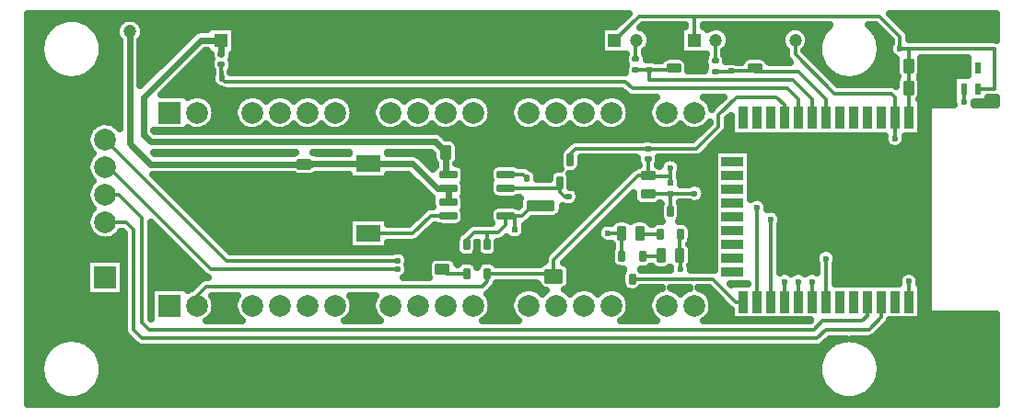
<source format=gbr>
G04 DipTrace 4.3.0.5*
G04 1 - Top.gbr*
%MOMM*%
G04 #@! TF.FileFunction,Copper,L1,Top*
G04 #@! TF.Part,Single*
%AMOUTLINE0*
4,1,28,
-0.255,0.685,
0.255,0.685,
0.3197,0.67648,
0.38,0.65151,
0.43178,0.61178,
0.47151,0.56,
0.49648,0.4997,
0.505,0.435,
0.505,-0.435,
0.49648,-0.4997,
0.47151,-0.56,
0.43178,-0.61178,
0.38,-0.65151,
0.3197,-0.67648,
0.255,-0.685,
-0.255,-0.685,
-0.3197,-0.67648,
-0.38,-0.65151,
-0.43178,-0.61178,
-0.47151,-0.56,
-0.49648,-0.4997,
-0.505,-0.435,
-0.505,0.435,
-0.49648,0.4997,
-0.47151,0.56,
-0.43178,0.61178,
-0.38,0.65151,
-0.3197,0.67648,
-0.255,0.685,
0*%
%AMOUTLINE3*
4,1,28,
0.255,-0.685,
-0.255,-0.685,
-0.3197,-0.67648,
-0.38,-0.65151,
-0.43178,-0.61178,
-0.47151,-0.56,
-0.49648,-0.4997,
-0.505,-0.435,
-0.505,0.435,
-0.49648,0.4997,
-0.47151,0.56,
-0.43178,0.61178,
-0.38,0.65151,
-0.3197,0.67648,
-0.255,0.685,
0.255,0.685,
0.3197,0.67648,
0.38,0.65151,
0.43178,0.61178,
0.47151,0.56,
0.49648,0.4997,
0.505,0.435,
0.505,-0.435,
0.49648,-0.4997,
0.47151,-0.56,
0.43178,-0.61178,
0.38,-0.65151,
0.3197,-0.67648,
0.255,-0.685,
0*%
%AMOUTLINE6*
4,1,28,
0.685,0.255,
0.685,-0.255,
0.67648,-0.3197,
0.65151,-0.38,
0.61178,-0.43178,
0.56,-0.47151,
0.4997,-0.49648,
0.435,-0.505,
-0.435,-0.505,
-0.4997,-0.49648,
-0.56,-0.47151,
-0.61178,-0.43178,
-0.65151,-0.38,
-0.67648,-0.3197,
-0.685,-0.255,
-0.685,0.255,
-0.67648,0.3197,
-0.65151,0.38,
-0.61178,0.43178,
-0.56,0.47151,
-0.4997,0.49648,
-0.435,0.505,
0.435,0.505,
0.4997,0.49648,
0.56,0.47151,
0.61178,0.43178,
0.65151,0.38,
0.67648,0.3197,
0.685,0.255,
0*%
%AMOUTLINE9*
4,1,28,
-0.685,-0.255,
-0.685,0.255,
-0.67648,0.3197,
-0.65151,0.38,
-0.61178,0.43178,
-0.56,0.47151,
-0.4997,0.49648,
-0.435,0.505,
0.435,0.505,
0.4997,0.49648,
0.56,0.47151,
0.61178,0.43178,
0.65151,0.38,
0.67648,0.3197,
0.685,0.255,
0.685,-0.255,
0.67648,-0.3197,
0.65151,-0.38,
0.61178,-0.43178,
0.56,-0.47151,
0.4997,-0.49648,
0.435,-0.505,
-0.435,-0.505,
-0.4997,-0.49648,
-0.56,-0.47151,
-0.61178,-0.43178,
-0.65151,-0.38,
-0.67648,-0.3197,
-0.685,-0.255,
0*%
%AMOUTLINE12*
4,1,28,
-1.30999,-0.28002,
-1.31001,0.27998,
-1.30149,0.34468,
-1.27651,0.40498,
-1.23679,0.45675,
-1.18501,0.49648,
-1.12471,0.52146,
-1.06001,0.52998,
1.05999,0.53002,
1.1247,0.5215,
1.18499,0.49653,
1.23677,0.4568,
1.2765,0.40502,
1.30148,0.34473,
1.30999,0.28002,
1.31001,-0.27998,
1.30149,-0.34468,
1.27651,-0.40498,
1.23679,-0.45675,
1.18501,-0.49648,
1.12471,-0.52146,
1.06001,-0.52998,
-1.05999,-0.53002,
-1.1247,-0.5215,
-1.18499,-0.49653,
-1.23677,-0.4568,
-1.2765,-0.40502,
-1.30148,-0.34473,
-1.30999,-0.28002,
0*%
%AMOUTLINE15*
4,1,28,
1.30999,0.28002,
1.31001,-0.27998,
1.30149,-0.34468,
1.27651,-0.40498,
1.23679,-0.45675,
1.18501,-0.49648,
1.12471,-0.52146,
1.06001,-0.52998,
-1.05999,-0.53002,
-1.1247,-0.5215,
-1.18499,-0.49653,
-1.23677,-0.4568,
-1.2765,-0.40502,
-1.30148,-0.34473,
-1.30999,-0.28002,
-1.31001,0.27998,
-1.30149,0.34468,
-1.27651,0.40498,
-1.23679,0.45675,
-1.18501,0.49648,
-1.12471,0.52146,
-1.06001,0.52998,
1.05999,0.53002,
1.1247,0.5215,
1.18499,0.49653,
1.23677,0.4568,
1.2765,0.40502,
1.30148,0.34473,
1.30999,0.28002,
0*%
%AMOUTLINE18*
4,1,28,
-0.295,-0.12501,
-0.295,0.12499,
-0.29091,0.15605,
-0.27893,0.18499,
-0.25986,0.20985,
-0.235,0.22892,
-0.20606,0.24091,
-0.175,0.245,
0.175,0.245,
0.20605,0.24091,
0.235,0.22893,
0.25985,0.20986,
0.27892,0.18501,
0.29091,0.15606,
0.295,0.12501,
0.295,-0.12499,
0.29091,-0.15605,
0.27893,-0.18499,
0.25986,-0.20985,
0.235,-0.22892,
0.20606,-0.24091,
0.175,-0.245,
-0.175,-0.245,
-0.20605,-0.24091,
-0.235,-0.22893,
-0.25985,-0.20986,
-0.27892,-0.18501,
-0.29091,-0.15606,
-0.295,-0.12501,
0*%
%AMOUTLINE21*
4,1,28,
0.295,0.12501,
0.295,-0.12499,
0.29091,-0.15605,
0.27893,-0.18499,
0.25986,-0.20985,
0.235,-0.22892,
0.20606,-0.24091,
0.175,-0.245,
-0.175,-0.245,
-0.20605,-0.24091,
-0.235,-0.22893,
-0.25985,-0.20986,
-0.27892,-0.18501,
-0.29091,-0.15606,
-0.295,-0.12501,
-0.295,0.12499,
-0.29091,0.15605,
-0.27893,0.18499,
-0.25986,0.20985,
-0.235,0.22892,
-0.20606,0.24091,
-0.175,0.245,
0.175,0.245,
0.20605,0.24091,
0.235,0.22893,
0.25985,0.20986,
0.27892,0.18501,
0.29091,0.15606,
0.295,0.12501,
0*%
%AMOUTLINE24*
4,1,28,
-0.63,0.665,
0.63,0.665,
0.6947,0.65648,
0.755,0.63151,
0.80678,0.59178,
0.84651,0.54,
0.87148,0.4797,
0.88,0.415,
0.88,-0.415,
0.87148,-0.4797,
0.84651,-0.54,
0.80678,-0.59178,
0.755,-0.63151,
0.6947,-0.65648,
0.63,-0.665,
-0.63,-0.665,
-0.6947,-0.65648,
-0.755,-0.63151,
-0.80678,-0.59178,
-0.84651,-0.54,
-0.87148,-0.4797,
-0.88,-0.415,
-0.88,0.415,
-0.87148,0.4797,
-0.84651,0.54,
-0.80678,0.59178,
-0.755,0.63151,
-0.6947,0.65648,
-0.63,0.665,
0*%
%AMOUTLINE27*
4,1,28,
0.63,-0.665,
-0.63,-0.665,
-0.6947,-0.65648,
-0.755,-0.63151,
-0.80678,-0.59178,
-0.84651,-0.54,
-0.87148,-0.4797,
-0.88,-0.415,
-0.88,0.415,
-0.87148,0.4797,
-0.84651,0.54,
-0.80678,0.59178,
-0.755,0.63151,
-0.6947,0.65648,
-0.63,0.665,
0.63,0.665,
0.6947,0.65648,
0.755,0.63151,
0.80678,0.59178,
0.84651,0.54,
0.87148,0.4797,
0.88,0.415,
0.88,-0.415,
0.87148,-0.4797,
0.84651,-0.54,
0.80678,-0.59178,
0.755,-0.63151,
0.6947,-0.65648,
0.63,-0.665,
0*%
%AMOUTLINE30*
4,1,28,
-0.15,0.59,
0.15,0.59,
0.19141,0.58455,
0.23,0.56856,
0.26314,0.54314,
0.28856,0.51,
0.30455,0.47141,
0.31,0.43,
0.31,-0.43,
0.30455,-0.47141,
0.28856,-0.51,
0.26314,-0.54314,
0.23,-0.56856,
0.19141,-0.58455,
0.15,-0.59,
-0.15,-0.59,
-0.19141,-0.58455,
-0.23,-0.56856,
-0.26314,-0.54314,
-0.28856,-0.51,
-0.30455,-0.47141,
-0.31,-0.43,
-0.31,0.43,
-0.30455,0.47141,
-0.28856,0.51,
-0.26314,0.54314,
-0.23,0.56856,
-0.19141,0.58455,
-0.15,0.59,
0*%
%AMOUTLINE33*
4,1,28,
0.15,-0.59,
-0.15,-0.59,
-0.19141,-0.58455,
-0.23,-0.56856,
-0.26314,-0.54314,
-0.28856,-0.51,
-0.30455,-0.47141,
-0.31,-0.43,
-0.31,0.43,
-0.30455,0.47141,
-0.28856,0.51,
-0.26314,0.54314,
-0.23,0.56856,
-0.19141,0.58455,
-0.15,0.59,
0.15,0.59,
0.19141,0.58455,
0.23,0.56856,
0.26314,0.54314,
0.28856,0.51,
0.30455,0.47141,
0.31,0.43,
0.31,-0.43,
0.30455,-0.47141,
0.28856,-0.51,
0.26314,-0.54314,
0.23,-0.56856,
0.19141,-0.58455,
0.15,-0.59,
0*%
%AMOUTLINE36*
4,1,28,
-0.155,0.505,
0.155,0.505,
0.19382,0.49989,
0.23,0.4849,
0.26107,0.46107,
0.2849,0.43,
0.29989,0.39382,
0.305,0.355,
0.305,-0.355,
0.29989,-0.39382,
0.2849,-0.43,
0.26107,-0.46107,
0.23,-0.4849,
0.19382,-0.49989,
0.155,-0.505,
-0.155,-0.505,
-0.19382,-0.49989,
-0.23,-0.4849,
-0.26107,-0.46107,
-0.2849,-0.43,
-0.29989,-0.39382,
-0.305,-0.355,
-0.305,0.355,
-0.29989,0.39382,
-0.2849,0.43,
-0.26107,0.46107,
-0.23,0.4849,
-0.19382,0.49989,
-0.155,0.505,
0*%
%AMOUTLINE39*
4,1,28,
0.155,-0.505,
-0.155,-0.505,
-0.19382,-0.49989,
-0.23,-0.4849,
-0.26107,-0.46107,
-0.2849,-0.43,
-0.29989,-0.39382,
-0.305,-0.355,
-0.305,0.355,
-0.29989,0.39382,
-0.2849,0.43,
-0.26107,0.46107,
-0.23,0.4849,
-0.19382,0.49989,
-0.155,0.505,
0.155,0.505,
0.19382,0.49989,
0.23,0.4849,
0.26107,0.46107,
0.2849,0.43,
0.29989,0.39382,
0.305,0.355,
0.305,-0.355,
0.29989,-0.39382,
0.2849,-0.43,
0.26107,-0.46107,
0.23,-0.4849,
0.19382,-0.49989,
0.155,-0.505,
0*%
%AMOUTLINE42*
4,1,28,
-0.115,0.3,
0.115,0.3,
0.14606,0.29591,
0.175,0.28392,
0.19985,0.26485,
0.21892,0.24,
0.23091,0.21106,
0.235,0.18,
0.235,-0.18,
0.23091,-0.21106,
0.21892,-0.24,
0.19985,-0.26485,
0.175,-0.28392,
0.14606,-0.29591,
0.115,-0.3,
-0.115,-0.3,
-0.14606,-0.29591,
-0.175,-0.28392,
-0.19985,-0.26485,
-0.21892,-0.24,
-0.23091,-0.21106,
-0.235,-0.18,
-0.235,0.18,
-0.23091,0.21106,
-0.21892,0.24,
-0.19985,0.26485,
-0.175,0.28392,
-0.14606,0.29591,
-0.115,0.3,
0*%
%AMOUTLINE45*
4,1,28,
0.115,-0.3,
-0.115,-0.3,
-0.14606,-0.29591,
-0.175,-0.28392,
-0.19985,-0.26485,
-0.21892,-0.24,
-0.23091,-0.21106,
-0.235,-0.18,
-0.235,0.18,
-0.23091,0.21106,
-0.21892,0.24,
-0.19985,0.26485,
-0.175,0.28392,
-0.14606,0.29591,
-0.115,0.3,
0.115,0.3,
0.14606,0.29591,
0.175,0.28392,
0.19985,0.26485,
0.21892,0.24,
0.23091,0.21106,
0.235,0.18,
0.235,-0.18,
0.23091,-0.21106,
0.21892,-0.24,
0.19985,-0.26485,
0.175,-0.28392,
0.14606,-0.29591,
0.115,-0.3,
0*%
%AMOUTLINE48*
4,1,28,
-0.3,-0.11501,
-0.3,0.11499,
-0.29591,0.14605,
-0.28393,0.17499,
-0.26486,0.19985,
-0.24,0.21892,
-0.21106,0.23091,
-0.18,0.235,
0.18,0.235,
0.21105,0.23091,
0.24,0.21893,
0.26485,0.19986,
0.28392,0.17501,
0.29591,0.14606,
0.3,0.11501,
0.3,-0.11499,
0.29591,-0.14605,
0.28393,-0.17499,
0.26486,-0.19985,
0.24,-0.21892,
0.21106,-0.23091,
0.18,-0.235,
-0.18,-0.235,
-0.21105,-0.23091,
-0.24,-0.21893,
-0.26485,-0.19986,
-0.28392,-0.17501,
-0.29591,-0.14606,
-0.3,-0.11501,
0*%
%AMOUTLINE51*
4,1,28,
0.3,0.11501,
0.3,-0.11499,
0.29591,-0.14605,
0.28393,-0.17499,
0.26486,-0.19985,
0.24,-0.21892,
0.21106,-0.23091,
0.18,-0.235,
-0.18,-0.235,
-0.21105,-0.23091,
-0.24,-0.21893,
-0.26485,-0.19986,
-0.28392,-0.17501,
-0.29591,-0.14606,
-0.3,-0.11501,
-0.3,0.11499,
-0.29591,0.14605,
-0.28393,0.17499,
-0.26486,0.19985,
-0.24,0.21892,
-0.21106,0.23091,
-0.18,0.235,
0.18,0.235,
0.21105,0.23091,
0.24,0.21893,
0.26485,0.19986,
0.28392,0.17501,
0.29591,0.14606,
0.3,0.11501,
0*%
%AMOUTLINE54*
4,1,28,
0.66,0.22,
0.66,-0.22,
0.6525,-0.27694,
0.63053,-0.33,
0.59556,-0.37556,
0.55,-0.41053,
0.49694,-0.4325,
0.44,-0.44,
-0.44,-0.44,
-0.49694,-0.4325,
-0.55,-0.41053,
-0.59556,-0.37556,
-0.63053,-0.33,
-0.6525,-0.27694,
-0.66,-0.22,
-0.66,0.22,
-0.6525,0.27694,
-0.63053,0.33,
-0.59556,0.37556,
-0.55,0.41053,
-0.49694,0.4325,
-0.44,0.44,
0.44,0.44,
0.49694,0.4325,
0.55,0.41053,
0.59556,0.37556,
0.63053,0.33,
0.6525,0.27694,
0.66,0.22,
0*%
%AMOUTLINE57*
4,1,28,
-0.66,-0.22,
-0.66,0.22,
-0.6525,0.27694,
-0.63053,0.33,
-0.59556,0.37556,
-0.55,0.41053,
-0.49694,0.4325,
-0.44,0.44,
0.44,0.44,
0.49694,0.4325,
0.55,0.41053,
0.59556,0.37556,
0.63053,0.33,
0.6525,0.27694,
0.66,0.22,
0.66,-0.22,
0.6525,-0.27694,
0.63053,-0.33,
0.59556,-0.37556,
0.55,-0.41053,
0.49694,-0.4325,
0.44,-0.44,
-0.44,-0.44,
-0.49694,-0.4325,
-0.55,-0.41053,
-0.59556,-0.37556,
-0.63053,-0.33,
-0.6525,-0.27694,
-0.66,-0.22,
0*%
%AMOUTLINE60*
4,1,28,
-0.22002,0.65999,
0.21998,0.66001,
0.27692,0.65251,
0.32998,0.63054,
0.37555,0.59557,
0.41051,0.55001,
0.43249,0.49695,
0.43999,0.44001,
0.44001,-0.43999,
0.43252,-0.49693,
0.41054,-0.54999,
0.37558,-0.59555,
0.33002,-0.63052,
0.27696,-0.6525,
0.22002,-0.65999,
-0.21998,-0.66001,
-0.27692,-0.65251,
-0.32998,-0.63054,
-0.37555,-0.59557,
-0.41051,-0.55001,
-0.43249,-0.49695,
-0.43999,-0.44001,
-0.44001,0.43999,
-0.43252,0.49693,
-0.41054,0.54999,
-0.37558,0.59555,
-0.33002,0.63052,
-0.27696,0.6525,
-0.22002,0.65999,
0*%
%AMOUTLINE63*
4,1,28,
0.22002,-0.65999,
-0.21998,-0.66001,
-0.27692,-0.65251,
-0.32998,-0.63054,
-0.37555,-0.59557,
-0.41051,-0.55001,
-0.43249,-0.49695,
-0.43999,-0.44001,
-0.44001,0.43999,
-0.43252,0.49693,
-0.41054,0.54999,
-0.37558,0.59555,
-0.33002,0.63052,
-0.27696,0.6525,
-0.22002,0.65999,
0.21998,0.66001,
0.27692,0.65251,
0.32998,0.63054,
0.37555,0.59557,
0.41051,0.55001,
0.43249,0.49695,
0.43999,0.44001,
0.44001,-0.43999,
0.43252,-0.49693,
0.41054,-0.54999,
0.37558,-0.59555,
0.33002,-0.63052,
0.27696,-0.6525,
0.22002,-0.65999,
0*%
%AMOUTLINE66*
4,1,28,
0.825,0.16,
0.825,-0.16,
0.81921,-0.204,
0.80222,-0.245,
0.77521,-0.28021,
0.74,-0.30722,
0.699,-0.32421,
0.655,-0.33,
-0.655,-0.33,
-0.699,-0.32421,
-0.74,-0.30722,
-0.77521,-0.28021,
-0.80222,-0.245,
-0.81921,-0.204,
-0.825,-0.16,
-0.825,0.16,
-0.81921,0.204,
-0.80222,0.245,
-0.77521,0.28021,
-0.74,0.30722,
-0.699,0.32421,
-0.655,0.33,
0.655,0.33,
0.699,0.32421,
0.74,0.30722,
0.77521,0.28021,
0.80222,0.245,
0.81921,0.204,
0.825,0.16,
0*%
%AMOUTLINE69*
4,1,28,
-0.825,-0.16,
-0.825,0.16,
-0.81921,0.204,
-0.80222,0.245,
-0.77521,0.28021,
-0.74,0.30722,
-0.699,0.32421,
-0.655,0.33,
0.655,0.33,
0.699,0.32421,
0.74,0.30722,
0.77521,0.28021,
0.80222,0.245,
0.81921,0.204,
0.825,0.16,
0.825,-0.16,
0.81921,-0.204,
0.80222,-0.245,
0.77521,-0.28021,
0.74,-0.30722,
0.699,-0.32421,
0.655,-0.33,
-0.655,-0.33,
-0.699,-0.32421,
-0.74,-0.30722,
-0.77521,-0.28021,
-0.80222,-0.245,
-0.81921,-0.204,
-0.825,-0.16,
0*%
%AMOUTLINE72*
4,1,28,
-0.15,0.55,
0.15,0.55,
0.18882,0.54489,
0.225,0.5299,
0.25607,0.50607,
0.2799,0.475,
0.29489,0.43882,
0.3,0.4,
0.3,-0.4,
0.29489,-0.43882,
0.2799,-0.475,
0.25607,-0.50607,
0.225,-0.5299,
0.18882,-0.54489,
0.15,-0.55,
-0.15,-0.55,
-0.18882,-0.54489,
-0.225,-0.5299,
-0.25607,-0.50607,
-0.2799,-0.475,
-0.29489,-0.43882,
-0.3,-0.4,
-0.3,0.4,
-0.29489,0.43882,
-0.2799,0.475,
-0.25607,0.50607,
-0.225,0.5299,
-0.18882,0.54489,
-0.15,0.55,
0*%
G04 #@! TA.AperFunction,Conductor*
%ADD13C,0.33*%
G04 #@! TA.AperFunction,ViaPad*
%ADD14C,0.6*%
G04 #@! TA.AperFunction,CopperBalancing*
%ADD15C,0.635*%
%ADD19R,0.6X1.1*%
%ADD21R,2.2X1.5*%
G04 #@! TA.AperFunction,ComponentPad*
%ADD22C,1.2*%
%ADD23R,2.25X2.85*%
%ADD24R,0.9X2.0*%
%ADD25R,2.0X0.9*%
%ADD26R,1.33X1.33*%
G04 #@! TA.AperFunction,ComponentPad*
%ADD27C,0.3*%
%ADD28R,1.2X1.2*%
%ADD29C,1.2*%
%ADD30R,2.0X2.0*%
%ADD31C,2.0*%
%ADD64OUTLINE0*%
%ADD67OUTLINE3*%
%ADD70OUTLINE6*%
%ADD73OUTLINE9*%
%ADD76OUTLINE12*%
%ADD79OUTLINE15*%
%ADD82OUTLINE18*%
%ADD85OUTLINE21*%
%ADD88OUTLINE24*%
%ADD91OUTLINE27*%
%ADD94OUTLINE30*%
%ADD97OUTLINE33*%
%ADD100OUTLINE36*%
%ADD103OUTLINE39*%
%ADD106OUTLINE42*%
%ADD109OUTLINE45*%
%ADD112OUTLINE48*%
%ADD115OUTLINE51*%
%ADD118OUTLINE54*%
%ADD121OUTLINE57*%
%ADD124OUTLINE60*%
%ADD127OUTLINE63*%
%ADD130OUTLINE66*%
%ADD133OUTLINE69*%
%ADD136OUTLINE72*%
%FSLAX35Y35*%
G04*
G71*
G90*
G75*
G01*
G04 Top*
%LPD*%
X222000Y-595377D2*
D13*
X809123D1*
X832873Y-619127D1*
X1905003Y237500D2*
Y301627D1*
X1703747D1*
X1698623Y306750D1*
X832873Y-619127D2*
Y-468877D1*
X1608500Y306750D1*
X1698623D1*
X1698625Y458500D2*
X1698623Y306750D1*
X4095127Y1111248D2*
Y846107D1*
X4097873Y843360D1*
X4095127Y1317627D2*
Y1111248D1*
X1905003Y301627D2*
Y381000D1*
X4016373Y1476373D2*
X4095127D1*
Y1317627D1*
X4016373Y1476373D2*
Y1587500D1*
X3825873Y1778000D1*
X2127250D1*
X1614250D1*
X1392250Y1556000D1*
X2127250Y1778000D2*
Y1556000D1*
X2122497D1*
X-2447000Y-889000D2*
Y-796000D1*
X-2365373Y-714373D1*
X174627D1*
X222000Y-667000D1*
Y-595377D1*
X4095127Y1476373D2*
X4889500D1*
Y1111250D1*
X4887250Y1109000D1*
X4732250D1*
X391033Y-61953D2*
X476250D1*
X541300D1*
X634627Y31373D1*
X714371D1*
X391033Y-61953D2*
Y-148717D1*
X323990Y-215760D1*
X222000D1*
Y-325377D1*
X32000D2*
Y-285500D1*
X101740Y-215760D1*
X222000D1*
X476249Y-191127D2*
X476250Y-61953D1*
X-135967Y65047D2*
D14*
Y192047D1*
X-1460500Y413377D2*
X-1396373D1*
X-1392953Y416797D1*
X-873127D1*
X-464423D1*
X-239673Y192047D1*
X-135967D1*
X-3063873Y1635127D2*
Y603247D1*
X-2874003Y413377D1*
X-1460500D1*
X984250Y452750D2*
D13*
Y507997D1*
X1033753Y557500D1*
X1698622D1*
X2145000D1*
X2349500Y762000D1*
Y866620D1*
X2514757Y1031877D1*
X2882743D1*
X2952750Y961870D1*
Y845483D1*
X2954873Y843360D1*
X2700873Y15873D2*
Y-856640D1*
X-2222502Y1331623D2*
X-2222503Y1335373D1*
Y1208380D1*
X-2188873Y1174750D1*
X1492250D1*
X1555750Y1111250D1*
X2984500D1*
X3081873Y1013877D1*
Y843360D1*
X-2220627Y1206501D2*
X-2222503Y1335373D1*
X3208873Y-668873D2*
Y-856640D1*
X3081873Y-668873D2*
Y-856640D1*
X2954873Y-668873D2*
Y-856640D1*
X4097873Y-666750D2*
Y-856640D1*
X3052750Y1556000D2*
Y1424000D1*
X3413123Y1063627D1*
X3937000D1*
X3970873Y1029753D1*
Y843360D1*
X1904997Y-21503D2*
Y137750D1*
X1698623D1*
X1899253D1*
X1905003Y143500D1*
X3970873Y843360D2*
X3968750Y841237D1*
Y650873D1*
X2127250Y142873D2*
X1905630D1*
X1905003Y143500D1*
X190500Y127000D2*
X143915Y80415D1*
X207443Y16887D1*
Y65047D1*
X391033D1*
X190500Y31750D2*
X207443D1*
Y16887D1*
X190500Y127000D2*
Y222250D1*
X63500D1*
Y127000D1*
Y31750D1*
X190500D1*
X1555750Y-645253D2*
X2296253D1*
X2507640Y-856640D1*
X2573873D1*
X3335873D2*
Y-458250D1*
X4603750Y984250D2*
Y1107500D1*
X4602250Y1109000D1*
X-135967Y-61953D2*
X-300077D1*
X-461327Y-223203D1*
X-873127D1*
X32000Y-595377D2*
X-151372D1*
X-190499Y-556250D1*
X889250Y245750D2*
Y192047D1*
X391033D1*
X968373Y113000D2*
X934750D1*
X889250Y158500D1*
Y245750D1*
X391033Y319047D2*
X552203D1*
X585500Y285750D1*
X1650750Y-434253D2*
X1814870D1*
X1820497Y-428627D1*
X1809997Y-232503D2*
X1634626D1*
X1624373Y-222251D1*
X1989497Y-428627D2*
Y-243003D1*
X1999997Y-232503D1*
X-3293427Y386030D2*
X-3259403D1*
X-2317750Y-555623D1*
X-603250D1*
X2000250D2*
Y-439380D1*
X1989497Y-428627D1*
X1455373Y-222256D2*
Y-428877D1*
X1460750Y-434253D1*
X-3293427Y640030D2*
X-2177147Y-476250D1*
X-603250D1*
X1333500Y-222250D2*
X1455368D1*
X1455373Y-222256D1*
X2317747Y1367123D2*
Y1551250D1*
X2322497Y1556000D1*
X1587497Y1383000D2*
Y1551247D1*
X1592250Y1556000D1*
X1587497Y1284000D2*
X1924123D1*
X1936750Y1296627D1*
X1714497Y1286497D2*
X1926620D1*
X1936750Y1296627D1*
X1714497Y1286497D2*
Y1190627D1*
X3032123D1*
X3208873Y1013877D1*
Y843360D1*
X2317747Y1268123D2*
X2458123D1*
X2460627Y1270627D1*
X2656873D1*
X2682873Y1296627D1*
Y1270000D1*
X3079750D1*
X3335873Y1013877D1*
Y843360D1*
X2827873Y-95250D2*
Y-856640D1*
X-3293427Y132030D2*
X-3164153D1*
X-2952750Y-79373D1*
Y-1041247D1*
X-2882747Y-1111250D1*
X3222627D1*
X3302000Y-1031877D1*
X3667123D1*
X3716873Y-982127D1*
Y-856640D1*
X-3293427Y-121970D2*
X-3102130D1*
X-3032127Y-191973D1*
Y-1111250D1*
X-2952750Y-1190627D1*
X3254373D1*
X3333750Y-1111250D1*
X3730627D1*
X3843873Y-998003D1*
Y-856640D1*
X-159373Y523877D2*
D14*
Y342453D1*
X-135967Y319047D1*
X-2227250Y1556000D2*
Y1435369D1*
X-2222504Y1430623D1*
X-2227250Y1556000D2*
X-2412747D1*
X-2936873Y1031873D1*
Y682623D1*
X-2873377Y619127D1*
X-254623D1*
X-159373Y523877D1*
X1905003Y381000D3*
X4016373Y1476373D3*
D3*
X2700873Y15873D3*
X3208873Y-668873D3*
X3081873D3*
X2954873D3*
X4097873Y-666750D3*
X3968750Y650873D3*
X2127250Y142873D3*
X3335873Y-458250D3*
X4603750Y984250D3*
X-603250Y-555623D3*
X2000250D3*
X-603250Y-476250D3*
X1333500Y-222250D3*
X2827873Y-95250D3*
X63500Y222250D3*
X190500D3*
X63500Y127000D3*
X190500D3*
X63500Y31750D3*
X190500D3*
X3286127Y269873D3*
X1778000Y1587500D3*
X4222750Y1698627D3*
X3476627Y269873D3*
X3667123D3*
X2508250Y1571627D3*
X3476627Y95250D3*
X3286127D3*
X3667127D3*
Y-95250D3*
X3476627D3*
X3286127D3*
X-3995881Y1739087D2*
D15*
X-3707389D1*
X-3492619D2*
X-3141146D1*
X-2986577D2*
X1452513D1*
X3987583D2*
X4895912D1*
X-3995881Y1675920D2*
X-3805280D1*
X-3394728D2*
X-3189271D1*
X-2938452D2*
X-2359433D1*
X-2095034D2*
X1260059D1*
X1636795D2*
X1990319D1*
X2254718D2*
X2277975D1*
X2367010D2*
X3008236D1*
X3097270D2*
X3344701D1*
X3755298D2*
X3805124D1*
X4050747D2*
X4895912D1*
X-3995881Y1612753D2*
X-3853268D1*
X-3346740D2*
X-3194056D1*
X-2933667D2*
X-2497884D1*
X-2095034D2*
X1260059D1*
X1710942D2*
X1990319D1*
X2441157D2*
X2934089D1*
X3171418D2*
X3296712D1*
X3803286D2*
X3868288D1*
X4101105D2*
X4895912D1*
X-3995881Y1549587D2*
X-3879062D1*
X-3320900D2*
X-3166074D1*
X-2961694D2*
X-2561048D1*
X-2095034D2*
X1260059D1*
X1724295D2*
X1990319D1*
X2454556D2*
X2920736D1*
X3184770D2*
X3270918D1*
X3829080D2*
X3927669D1*
X-3995881Y1486420D2*
X-3888860D1*
X-3311147D2*
X-3166074D1*
X-2961694D2*
X-2624212D1*
X-2095034D2*
X1260059D1*
X1703468D2*
X1990319D1*
X2433729D2*
X2941517D1*
X3163944D2*
X3261120D1*
X3838879D2*
X3914681D1*
X-3995881Y1423253D2*
X-3884303D1*
X-3315659D2*
X-3166074D1*
X-2961694D2*
X-2687376D1*
X-2403608D2*
X-2328672D1*
X-2120282D2*
X1490794D1*
X1684191D2*
X2229030D1*
X2406431D2*
X2964076D1*
X3176294D2*
X3265677D1*
X3834321D2*
X3930222D1*
X-3995881Y1360087D2*
X-3864707D1*
X-3335301D2*
X-3166074D1*
X-2961694D2*
X-2750540D1*
X-2466772D2*
X-2322838D1*
X-2122196D2*
X1486146D1*
X2064543D2*
X2215541D1*
X2496209D2*
X2555059D1*
X2810662D2*
X2993835D1*
X3239458D2*
X3285319D1*
X3814679D2*
X3972422D1*
X4217817D2*
X4630039D1*
X-3995881Y1296920D2*
X-3825970D1*
X-3374038D2*
X-3166074D1*
X-2961694D2*
X-2813750D1*
X-2529937D2*
X-2321152D1*
X-2123836D2*
X1485326D1*
X2074933D2*
X2217500D1*
X3302622D2*
X3324011D1*
X3775988D2*
X3972422D1*
X4217817D2*
X4630039D1*
X-3995881Y1233753D2*
X-3753828D1*
X-3446180D2*
X-3166074D1*
X-2961694D2*
X-2876914D1*
X-2593101D2*
X-2315775D1*
X3365786D2*
X3396198D1*
X3703800D2*
X3981901D1*
X4208384D2*
X4630039D1*
X-3995881Y1170587D2*
X-3166074D1*
X-2961694D2*
X-2940078D1*
X-2656265D2*
X-2314225D1*
X3428996D2*
X3973835D1*
X4216450D2*
X4500065D1*
X-3995881Y1107420D2*
X-3166074D1*
X-2719429D2*
X-2242630D1*
X4217817D2*
X4500065D1*
X-3995881Y1044253D2*
X-3166074D1*
X-2382326D2*
X-2003691D1*
X-1874325D2*
X-1749668D1*
X-1620301D2*
X-1495690D1*
X-1366323D2*
X-1241666D1*
X-1112300D2*
X-733665D1*
X-604299D2*
X-479687D1*
X-350321D2*
X-225664D1*
X-96297D2*
X28314D1*
X157681D2*
X536315D1*
X665682D2*
X790339D1*
X919660D2*
X1044317D1*
X1173683D2*
X1298340D1*
X1427661D2*
X1501504D1*
X4214718D2*
X4500065D1*
X-3995881Y981087D2*
X-3166074D1*
X-2302710D2*
X-2083307D1*
X-1032730D2*
X-813281D1*
X237297D2*
X456699D1*
X1507277D2*
X1726725D1*
X2269302D2*
X2341140D1*
X4215083D2*
X4501615D1*
X4705903D2*
X4895912D1*
X-3995881Y917920D2*
X-3166074D1*
X-2277326D2*
X-2108646D1*
X-1007345D2*
X-838665D1*
X262681D2*
X431361D1*
X1532661D2*
X1701341D1*
X4215083D2*
X4272793D1*
X-3995881Y854753D2*
X-3166074D1*
X-2278374D2*
X-2107643D1*
X-1008394D2*
X-837617D1*
X261632D2*
X432363D1*
X1531613D2*
X1702390D1*
X4215083D2*
X4272793D1*
X-3995881Y791587D2*
X-3367142D1*
X-3219728D2*
X-3166074D1*
X-2306401D2*
X-2079570D1*
X-1036421D2*
X-809590D1*
X233560D2*
X460436D1*
X1503586D2*
X1730417D1*
X4215083D2*
X4272793D1*
X-3995881Y728420D2*
X-3440104D1*
X-2528797D2*
X-2494831D1*
X-2399188D2*
X-1986829D1*
X-1891187D2*
X-1732806D1*
X-1637163D2*
X-1478828D1*
X-1383185D2*
X-1224805D1*
X-1129162D2*
X-716849D1*
X-621160D2*
X-462825D1*
X-367183D2*
X-208847D1*
X-113159D2*
X45176D1*
X140819D2*
X553177D1*
X648820D2*
X807155D1*
X902843D2*
X1061179D1*
X1156821D2*
X1315156D1*
X1410845D2*
X1823158D1*
X1918846D2*
X2077181D1*
X2172824D2*
X2193119D1*
X2431040D2*
X2456667D1*
X4215083D2*
X4272793D1*
X-3995881Y665253D2*
X-3463711D1*
X-158869D2*
X2129955D1*
X2375578D2*
X3867650D1*
X4069888D2*
X4272793D1*
X-3995881Y602087D2*
X-3461250D1*
X-43569D2*
X955541D1*
X2312414D2*
X3879909D1*
X4057583D2*
X4272793D1*
X-3995881Y538920D2*
X-3431263D1*
X-36688D2*
X893379D1*
X2249250D2*
X2301673D1*
X2646053D2*
X4272793D1*
X-3995881Y475753D2*
X-3439284D1*
X-381493D2*
X-281946D1*
X-36779D2*
X881029D1*
X2161294D2*
X2301673D1*
X2646053D2*
X4272793D1*
X-3995881Y412587D2*
X-3463483D1*
X-318328D2*
X-261575D1*
X-34910D2*
X289994D1*
X492049D2*
X881029D1*
X1087459D2*
X1604453D1*
X2001834D2*
X2301673D1*
X2646053D2*
X4272793D1*
X-3995881Y349420D2*
X-3461523D1*
X17498D2*
X237585D1*
X666411D2*
X812943D1*
X1060936D2*
X1528347D1*
X2001834D2*
X2301673D1*
X2646053D2*
X4272793D1*
X-3995881Y286253D2*
X-3432265D1*
X-2816818D2*
X-1055319D1*
X-690933D2*
X-475768D1*
X16997D2*
X238041D1*
X681222D2*
X786055D1*
X992440D2*
X1465182D1*
X1997733D2*
X2301673D1*
X2646053D2*
X4272793D1*
X-3995881Y223087D2*
X-3438372D1*
X-2753654D2*
X-412604D1*
X17362D2*
X237722D1*
X992440D2*
X1402018D1*
X2186086D2*
X2301673D1*
X2646053D2*
X4272793D1*
X-3995881Y159920D2*
X-3463255D1*
X-2690490D2*
X-349440D1*
X17134D2*
X237904D1*
X1062030D2*
X1338854D1*
X2227922D2*
X2301673D1*
X2646053D2*
X4272793D1*
X-3995881Y96753D2*
X-3461842D1*
X-2627326D2*
X-289147D1*
X17225D2*
X295189D1*
X486899D2*
X519225D1*
X1070415D2*
X1275690D1*
X1521313D2*
X1562481D1*
X2217622D2*
X2301673D1*
X2758664D2*
X4272793D1*
X-3995881Y33587D2*
X-3433268D1*
X-2564162D2*
X-289193D1*
X17270D2*
X296009D1*
X486079D2*
X511159D1*
X1030767D2*
X1212526D1*
X1458149D2*
X1617168D1*
X1780076D2*
X1804701D1*
X2005298D2*
X2301673D1*
X2801411D2*
X4272793D1*
X-3995881Y-29580D2*
X-3437506D1*
X-2500998D2*
X-390501D1*
X17088D2*
X237949D1*
X911366D2*
X1149362D1*
X1394985D2*
X1802285D1*
X2007713D2*
X2301673D1*
X2904041D2*
X4272793D1*
X-3995881Y-92747D2*
X-3463027D1*
X-2437834D2*
X-1055319D1*
X-690933D2*
X-453665D1*
X17407D2*
X237676D1*
X633325D2*
X1086198D1*
X1331821D2*
X1406895D1*
X1503859D2*
X1575879D1*
X1672889D2*
X1810625D1*
X1999373D2*
X2301673D1*
X2930018D2*
X4272793D1*
X-3995881Y-155913D2*
X-3462116D1*
X-2864032D2*
X-2840273D1*
X-2374670D2*
X-1055319D1*
X-271206D2*
X-235872D1*
X-36095D2*
X38841D1*
X574582D2*
X1023034D1*
X2091476D2*
X2301673D1*
X2916574D2*
X4272793D1*
X-3995881Y-219080D2*
X-3434225D1*
X-3152645D2*
X-3127838D1*
X-2864032D2*
X-2777109D1*
X-2311506D2*
X-1055319D1*
X-334370D2*
X-35625D1*
X576405D2*
X959870D1*
X1205493D2*
X1231348D1*
X2102687D2*
X2301673D1*
X2916574D2*
X4272793D1*
X-3995881Y-282247D2*
X-3342396D1*
X-3244429D2*
X-3120820D1*
X-2864032D2*
X-2713945D1*
X-2248341D2*
X-1055319D1*
X-397580D2*
X-70124D1*
X378937D2*
X896706D1*
X1142329D2*
X1252403D1*
X2101411D2*
X2301673D1*
X2916574D2*
X4272793D1*
X-3995881Y-345413D2*
X-3120820D1*
X-2864032D2*
X-2650781D1*
X-2185177D2*
X-1055319D1*
X-690933D2*
X-70215D1*
X324204D2*
X833542D1*
X1079165D2*
X1366654D1*
X2096444D2*
X2301673D1*
X2916574D2*
X4272793D1*
X-3995881Y-408580D2*
X-3120820D1*
X-2864032D2*
X-2587617D1*
X-529012D2*
X-57682D1*
X311672D2*
X770378D1*
X1016001D2*
X1358041D1*
X2105695D2*
X2301673D1*
X2916574D2*
X3247539D1*
X3424211D2*
X4272793D1*
X-3995881Y-471747D2*
X-3465625D1*
X-2864032D2*
X-2524453D1*
X-501167D2*
X-309427D1*
X-71551D2*
X744173D1*
X952791D2*
X1358086D1*
X2105695D2*
X2301673D1*
X2916574D2*
X3234642D1*
X3437108D2*
X4272793D1*
X-3995881Y-534913D2*
X-3465625D1*
X-2864032D2*
X-2461289D1*
X-503309D2*
X-331211D1*
X982414D2*
X1391035D1*
X2100181D2*
X2301673D1*
X2916574D2*
X3247175D1*
X3424575D2*
X4272793D1*
X-3995881Y-598080D2*
X-3465625D1*
X-2864032D2*
X-2398125D1*
X-510965D2*
X-329707D1*
X993078D2*
X1453880D1*
X3424575D2*
X4024649D1*
X4171105D2*
X4272793D1*
X-3995881Y-661247D2*
X-3465625D1*
X-2864032D2*
X-2435039D1*
X993078D2*
X1453060D1*
X3424575D2*
X3995847D1*
X4199907D2*
X4272793D1*
X-3995881Y-724413D2*
X-3465625D1*
X-2528797D2*
X-2498203D1*
X287381D2*
X574232D1*
X627765D2*
X698828D1*
X966919D2*
X1082233D1*
X1135767D2*
X1336211D1*
X1389790D2*
X1465866D1*
X4215083D2*
X4272793D1*
X-3995881Y-787580D2*
X-3465625D1*
X230597D2*
X463444D1*
X1500578D2*
X1733425D1*
X2262557D2*
X2315755D1*
X4215083D2*
X4272793D1*
X-3995881Y-850747D2*
X-3120820D1*
X-2279285D2*
X-2106732D1*
X-1009259D2*
X-836706D1*
X260721D2*
X433275D1*
X1530747D2*
X1703255D1*
X2292726D2*
X2378919D1*
X4215083D2*
X4272793D1*
X-3995881Y-913913D2*
X-3120820D1*
X-2276688D2*
X-2109329D1*
X-1006662D2*
X-839303D1*
X263319D2*
X430677D1*
X1533299D2*
X1700703D1*
X2295324D2*
X2442084D1*
X4215083D2*
X4272793D1*
X-3995881Y-977080D2*
X-3120820D1*
X-2300112D2*
X-2085859D1*
X-1030132D2*
X-815879D1*
X239894D2*
X454102D1*
X1509875D2*
X1724128D1*
X2271899D2*
X2456667D1*
X4215083D2*
X4895912D1*
X-3995881Y-1040247D2*
X-3120820D1*
X3920910D2*
X4895912D1*
X-3995881Y-1103413D2*
X-3120820D1*
X3861255D2*
X4895912D1*
X-3995881Y-1166580D2*
X-3099492D1*
X3798091D2*
X4895912D1*
X-3995881Y-1229747D2*
X-3747038D1*
X-3452925D2*
X-3036419D1*
X3338078D2*
X3402943D1*
X3697056D2*
X4895912D1*
X-3995881Y-1292913D2*
X-3822643D1*
X-3377319D2*
X3327337D1*
X3772661D2*
X4895912D1*
X-3995881Y-1356080D2*
X-3862884D1*
X-3337124D2*
X3287142D1*
X3812856D2*
X4895912D1*
X-3995881Y-1419247D2*
X-3883528D1*
X-3316434D2*
X3266452D1*
X3833547D2*
X4895912D1*
X-3995881Y-1482413D2*
X-3888997D1*
X-3311011D2*
X3260983D1*
X3839015D2*
X4895912D1*
X-3995881Y-1545580D2*
X-3880156D1*
X-3319852D2*
X3269870D1*
X3830129D2*
X4895912D1*
X-3995881Y-1608747D2*
X-3855456D1*
X-3344552D2*
X3294525D1*
X3805474D2*
X4895912D1*
X-3995881Y-1671913D2*
X-3809245D1*
X-3390718D2*
X3340736D1*
X3759263D2*
X4895912D1*
X-3995881Y-1735080D2*
X-3717278D1*
X-3482730D2*
X3432702D1*
X3667297D2*
X4895912D1*
X-3995288Y-1798247D2*
X4895274D1*
X-261185Y431085D2*
X-271213Y452107D1*
X-275562Y474966D1*
X-275723Y480377D1*
Y504656D1*
X-294310Y523261D1*
X-697299Y523276D1*
X-697276Y512654D1*
X-464485Y512647D1*
X-456939Y512354D1*
X-434127Y507733D1*
X-413101Y497749D1*
X-396647Y484573D1*
X-278263Y366189D1*
X-277756Y367359D1*
X-265753Y387304D1*
X-1372380Y518011D2*
X-1345992Y512647D1*
X-1048970D1*
X-1048976Y523282D1*
X-1383399Y523276D1*
X-1372380Y518011D1*
X1542399Y-114061D2*
X1561370Y-100557D1*
X1583203Y-92518D1*
X1602369Y-90401D1*
X1648375Y-90423D1*
X1671358Y-94028D1*
X1692590Y-103540D1*
X1710580Y-118292D1*
X1724075Y-137270D1*
X1742103Y-135427D1*
X1761795Y-123062D1*
X1784215Y-116813D1*
X1794603Y-116153D1*
X1825451D1*
X1820326Y-98863D1*
X1811273Y-77445D1*
X1808646Y-57003D1*
Y13939D1*
X1809689Y26941D1*
X1816687Y49139D1*
X1809190Y55400D1*
X1806479D1*
X1802580Y51540D1*
X1783623Y38054D1*
X1761790Y30016D1*
X1742623Y27900D1*
X1652619Y27922D1*
X1629635Y31528D1*
X1608404Y41041D1*
X1590414Y55793D1*
X1576927Y74750D1*
X1568890Y96582D1*
X1566773Y115750D1*
Y148557D1*
X926204Y-492007D1*
X938137Y-497206D1*
X957179Y-510579D1*
X972200Y-528351D1*
X982213Y-549356D1*
X986562Y-572215D1*
X986724Y-577627D1*
Y-660581D1*
X984392Y-681076D1*
X976294Y-702891D1*
X962921Y-721933D1*
X945128Y-736963D1*
X933553Y-743306D1*
X947888Y-751603D1*
X966106Y-765867D1*
X981989Y-782350D1*
X989820Y-773664D1*
X1007032Y-758200D1*
X1026228Y-745282D1*
X1047035Y-735161D1*
X1069048Y-728034D1*
X1091839Y-724040D1*
X1114964Y-723257D1*
X1137973Y-725700D1*
X1160418Y-731322D1*
X1181862Y-740012D1*
X1201888Y-751603D1*
X1220106Y-765867D1*
X1235989Y-782350D1*
X1243820Y-773664D1*
X1261032Y-758200D1*
X1280228Y-745282D1*
X1301035Y-735161D1*
X1323048Y-728034D1*
X1345839Y-724040D1*
X1368964Y-723257D1*
X1391973Y-725700D1*
X1414418Y-731322D1*
X1435862Y-740012D1*
X1455888Y-751603D1*
X1474106Y-765867D1*
X1490162Y-782529D1*
X1503742Y-801262D1*
X1514583Y-821704D1*
X1522474Y-843455D1*
X1527260Y-866093D1*
X1528850Y-889000D1*
X1527211Y-912256D1*
X1522377Y-934884D1*
X1514440Y-956618D1*
X1503555Y-977037D1*
X1489935Y-995741D1*
X1473844Y-1012368D1*
X1455596Y-1026594D1*
X1451582Y-1028906D1*
X1781907Y-1028900D1*
X1768754Y-1019583D1*
X1751575Y-1004082D1*
X1736721Y-986341D1*
X1724480Y-966706D1*
X1715092Y-945558D1*
X1708738Y-923310D1*
X1705542Y-900393D1*
X1705566Y-877255D1*
X1708811Y-854345D1*
X1715212Y-832110D1*
X1724646Y-810983D1*
X1736928Y-791373D1*
X1751820Y-773664D1*
X1769032Y-758200D1*
X1788228Y-745282D1*
X1809035Y-735161D1*
X1813388Y-733478D1*
X1817786Y-731919D1*
X1822226Y-730484D1*
X1826705Y-729174D1*
X1832893Y-727603D1*
X1637165D1*
X1631065Y-735150D1*
X1613109Y-749924D1*
X1591691Y-758977D1*
X1571250Y-761604D1*
X1540295D1*
X1527305Y-760561D1*
X1505127Y-753576D1*
X1485853Y-740568D1*
X1471079Y-722612D1*
X1462026Y-701195D1*
X1459400Y-680753D1*
Y-609753D1*
X1462743Y-586743D1*
X1472513Y-565618D1*
X1477227Y-550594D1*
X1445295Y-550604D1*
X1432305Y-549561D1*
X1410127Y-542576D1*
X1390853Y-529568D1*
X1376079Y-511612D1*
X1367026Y-490194D1*
X1364400Y-469753D1*
Y-398811D1*
X1365443Y-385809D1*
X1372440Y-363611D1*
X1373023Y-361548D1*
Y-330080D1*
X1369154Y-326197D1*
X1359548Y-313835D1*
X1344885Y-317422D1*
X1321778Y-317380D1*
X1299352Y-311811D1*
X1278911Y-301036D1*
X1261643Y-285683D1*
X1248550Y-266643D1*
X1240395Y-245023D1*
X1237650Y-222080D1*
X1240476Y-199146D1*
X1248708Y-177556D1*
X1261868Y-158562D1*
X1279191Y-143270D1*
X1299670Y-132569D1*
X1322115Y-127078D1*
X1345222Y-127120D1*
X1359523Y-130671D1*
X1371963Y-115434D1*
X1390607Y-101518D1*
X1412273Y-92981D1*
X1433477Y-90406D1*
X1479374Y-90428D1*
X1502358Y-94033D1*
X1523607Y-103559D1*
X1542399Y-114061D1*
X4198371Y1201748D2*
X4207768Y1180437D1*
X4211433Y1157436D1*
X4211478Y1067806D1*
X4209147Y1047301D1*
X4201037Y1025468D1*
X4190120Y1009209D1*
X4208724D1*
Y677509D1*
X4060829D1*
X4061855Y673647D1*
X4064600Y650873D1*
X4061774Y627770D1*
X4053542Y606179D1*
X4040382Y587186D1*
X4023059Y571894D1*
X4002580Y561192D1*
X3980135Y555702D1*
X3957028Y555743D1*
X3934602Y561312D1*
X3914161Y572087D1*
X3896893Y587440D1*
X3883800Y606480D1*
X3875645Y628100D1*
X3872900Y651043D1*
X3875726Y673977D1*
X3877069Y677498D1*
X3352024Y677509D1*
X3225023Y677533D1*
X2995723Y677510D1*
X2463024D1*
Y863698D1*
X2431864Y832523D1*
X2431850Y762000D1*
X2428567Y738978D1*
X2418963Y717774D1*
X2407680Y703720D1*
X2203230Y499270D1*
X2184629Y485312D1*
X2162845Y477110D1*
X2144935Y475150D1*
X1922860D1*
X1926251Y474465D1*
X1930774Y473321D1*
X1935237Y471957D1*
X1939628Y470378D1*
X1943936Y468587D1*
X1948153Y466588D1*
X1952267Y464387D1*
X1970850Y450653D1*
X1985605Y432871D1*
X1995677Y412074D1*
X2000478Y389472D1*
X2000853Y381000D1*
X1998027Y357896D1*
X1989795Y336306D1*
X1987366Y332800D1*
X1987354Y293071D1*
X1995031Y278291D1*
X2000149Y255593D1*
X2000354Y249915D1*
Y225232D1*
X2078205Y225223D1*
X2093420Y232555D1*
X2115865Y238045D1*
X2138972Y238004D1*
X2161398Y232434D1*
X2181839Y221660D1*
X2199107Y206306D1*
X2212200Y187266D1*
X2220355Y165647D1*
X2223100Y142873D1*
X2220274Y119770D1*
X2212042Y98179D1*
X2198882Y79186D1*
X2181559Y63894D1*
X2161080Y53192D1*
X2138635Y47702D1*
X2115528Y47743D1*
X2093102Y53312D1*
X2079428Y60520D1*
X1987350Y60523D1*
X1987347Y59476D1*
X1994438Y46698D1*
X2000687Y24279D1*
X2001347Y13737D1*
Y-56765D1*
X2000304Y-69948D1*
X1993319Y-92126D1*
X1980294Y-111414D1*
X1983520Y-116162D1*
X2015451Y-116153D1*
X2028441Y-117196D1*
X2050620Y-124181D1*
X2069893Y-137189D1*
X2084667Y-155144D1*
X2093720Y-176562D1*
X2096347Y-197003D1*
Y-267945D1*
X2095304Y-280948D1*
X2088319Y-303127D1*
X2075294Y-322414D1*
X2075706Y-324670D1*
X2089193Y-343627D1*
X2097230Y-365459D1*
X2099347Y-384627D1*
Y-472627D1*
X2096258Y-495708D1*
X2087268Y-517113D1*
X2092281Y-528836D1*
X2096017Y-551638D1*
X2096100Y-555623D1*
X2095209Y-562911D1*
X2296202Y-562903D1*
X2308024Y-563757D1*
X2308046Y294710D1*
X2308024Y443676D1*
Y548710D1*
X2639724D1*
X2639723Y89666D1*
X2658790Y101991D1*
X2680623Y109560D1*
X2703632Y111684D1*
X2726480Y108239D1*
X2747841Y99427D1*
X2766472Y85759D1*
X2781291Y68030D1*
X2791436Y47269D1*
X2796318Y24684D1*
X2796723Y15873D1*
X2794104Y-5538D1*
X2807789Y-1528D1*
X2830802Y555D1*
X2853644Y-2929D1*
X2874989Y-11780D1*
X2893596Y-25481D1*
X2908383Y-43236D1*
X2918491Y-64015D1*
X2923333Y-86609D1*
X2923723Y-95250D1*
X2920897Y-118354D1*
X2912665Y-139944D1*
X2910236Y-143450D1*
X2910224Y-584060D1*
X2921044Y-579192D1*
X2943489Y-573702D1*
X2966596Y-573743D1*
X2989021Y-579312D1*
X3009462Y-590087D1*
X3017844Y-597539D1*
X3027564Y-589894D1*
X3048044Y-579192D1*
X3070489Y-573702D1*
X3093596Y-573743D1*
X3116021Y-579312D1*
X3136462Y-590087D1*
X3144844Y-597539D1*
X3154564Y-589894D1*
X3175044Y-579192D1*
X3197489Y-573702D1*
X3220596Y-573743D1*
X3243021Y-579312D1*
X3253541Y-584858D1*
X3253523Y-507316D1*
X3250923Y-502643D1*
X3242768Y-481023D1*
X3240023Y-458080D1*
X3242849Y-435146D1*
X3251082Y-413556D1*
X3264242Y-394562D1*
X3281564Y-379270D1*
X3302044Y-368569D1*
X3324489Y-363078D1*
X3347596Y-363120D1*
X3370021Y-368689D1*
X3390462Y-379464D1*
X3407731Y-394817D1*
X3420823Y-413857D1*
X3428979Y-435477D1*
X3431723Y-458250D1*
X3428897Y-481354D1*
X3420665Y-502944D1*
X3418236Y-506450D1*
X3418223Y-690770D1*
X3573724Y-690790D1*
X3827723D1*
X3954723Y-690813D1*
X4005105Y-690791D1*
X4004768Y-689523D1*
X4002023Y-666580D1*
X4004849Y-643646D1*
X4013082Y-622056D1*
X4026242Y-603062D1*
X4043564Y-587770D1*
X4064044Y-577069D1*
X4086489Y-571578D1*
X4109596Y-571620D1*
X4132021Y-577189D1*
X4152462Y-587964D1*
X4169731Y-603317D1*
X4182823Y-622357D1*
X4190979Y-643977D1*
X4193723Y-666750D1*
X4190897Y-689854D1*
X4190535Y-690802D1*
X4208724Y-690791D1*
Y-1022491D1*
X3922515D1*
X3913336Y-1042229D1*
X3902062Y-1056275D1*
X3788857Y-1169480D1*
X3770256Y-1183438D1*
X3748472Y-1191640D1*
X3730562Y-1193600D1*
X3577030Y-1193599D1*
X3584657Y-1194382D1*
X3596203Y-1196050D1*
X3607670Y-1198194D1*
X3619039Y-1200808D1*
X3630291Y-1203889D1*
X3641406Y-1207432D1*
X3652365Y-1211430D1*
X3663150Y-1215877D1*
X3673743Y-1220765D1*
X3684124Y-1226086D1*
X3704221Y-1238012D1*
X3723265Y-1251557D1*
X3741125Y-1266628D1*
X3757679Y-1283123D1*
X3772815Y-1300928D1*
X3786429Y-1319923D1*
X3798428Y-1339977D1*
X3808729Y-1360953D1*
X3817263Y-1382708D1*
X3823972Y-1405094D1*
X3828809Y-1427957D1*
X3831742Y-1451141D1*
X3832750Y-1475000D1*
X3831788Y-1498307D1*
X3828901Y-1521497D1*
X3824108Y-1544370D1*
X3817444Y-1566768D1*
X3808952Y-1588540D1*
X3798691Y-1609537D1*
X3786732Y-1629614D1*
X3773156Y-1648635D1*
X3758055Y-1666470D1*
X3741533Y-1682997D1*
X3723702Y-1698103D1*
X3704685Y-1711686D1*
X3684612Y-1723651D1*
X3663618Y-1733918D1*
X3641849Y-1742416D1*
X3619452Y-1749087D1*
X3596581Y-1753887D1*
X3573392Y-1756781D1*
X3550043Y-1757750D1*
X3526693Y-1756788D1*
X3503503Y-1753901D1*
X3480630Y-1749108D1*
X3458232Y-1742444D1*
X3436460Y-1733952D1*
X3415463Y-1723691D1*
X3395386Y-1711732D1*
X3376365Y-1698156D1*
X3358530Y-1683055D1*
X3342003Y-1666533D1*
X3326897Y-1648702D1*
X3313314Y-1629685D1*
X3301349Y-1609612D1*
X3291082Y-1588618D1*
X3282584Y-1566849D1*
X3275913Y-1544452D1*
X3271113Y-1521581D1*
X3268219Y-1498392D1*
X3267250Y-1475043D1*
X3268212Y-1451693D1*
X3271099Y-1428503D1*
X3275892Y-1405630D1*
X3282556Y-1383232D1*
X3291048Y-1361460D1*
X3301309Y-1340463D1*
X3313268Y-1320386D1*
X3326844Y-1301365D1*
X3341945Y-1283530D1*
X3358467Y-1267003D1*
X3376298Y-1251897D1*
X3395315Y-1238314D1*
X3415388Y-1226349D1*
X3436382Y-1216082D1*
X3447159Y-1211616D1*
X3458111Y-1207598D1*
X3469219Y-1204035D1*
X3480465Y-1200933D1*
X3491829Y-1198298D1*
X3503293Y-1196134D1*
X3514836Y-1194445D1*
X3522937Y-1193599D1*
X3367875Y-1193586D1*
X3312604Y-1248857D1*
X3294003Y-1262814D1*
X3272218Y-1271017D1*
X3254305Y-1272977D1*
X-2952750D1*
X-2975772Y-1269693D1*
X-2996976Y-1260089D1*
X-3011019Y-1248818D1*
X-3090357Y-1169480D1*
X-3104314Y-1150879D1*
X-3112517Y-1129095D1*
X-3114477Y-1111183D1*
X-3114480Y-226081D1*
X-3136228Y-204320D1*
X-3149842Y-204324D1*
X-3152871Y-210007D1*
X-3166492Y-228711D1*
X-3182582Y-245338D1*
X-3200831Y-259564D1*
X-3220881Y-271112D1*
X-3242344Y-279757D1*
X-3264801Y-285331D1*
X-3287815Y-287725D1*
X-3310938Y-286893D1*
X-3333720Y-282851D1*
X-3355719Y-275677D1*
X-3376504Y-265512D1*
X-3395673Y-252553D1*
X-3412852Y-237052D1*
X-3427706Y-219311D1*
X-3439946Y-199676D1*
X-3449335Y-178528D1*
X-3455689Y-156280D1*
X-3458885Y-133363D1*
X-3458860Y-110225D1*
X-3455616Y-87315D1*
X-3449214Y-65080D1*
X-3439781Y-43953D1*
X-3427498Y-24343D1*
X-3412607Y-6634D1*
X-3399849Y4828D1*
X-3412852Y16948D1*
X-3427706Y34689D1*
X-3439946Y54324D1*
X-3449335Y75472D1*
X-3455689Y97720D1*
X-3458885Y120637D1*
X-3458860Y143775D1*
X-3455616Y166685D1*
X-3449214Y188920D1*
X-3439781Y210047D1*
X-3427498Y229657D1*
X-3412607Y247366D1*
X-3399849Y258828D1*
X-3412852Y270948D1*
X-3427706Y288689D1*
X-3439946Y308324D1*
X-3449335Y329472D1*
X-3455689Y351720D1*
X-3458885Y374637D1*
X-3458860Y397775D1*
X-3455616Y420685D1*
X-3449214Y442920D1*
X-3439781Y464047D1*
X-3427498Y483657D1*
X-3412607Y501366D1*
X-3399849Y512828D1*
X-3412852Y524948D1*
X-3427706Y542689D1*
X-3439946Y562324D1*
X-3449335Y583472D1*
X-3455689Y605720D1*
X-3458885Y628637D1*
X-3458860Y651775D1*
X-3455616Y674685D1*
X-3449214Y696920D1*
X-3439781Y718047D1*
X-3427498Y737657D1*
X-3412607Y755366D1*
X-3395395Y770830D1*
X-3376199Y783748D1*
X-3355392Y793869D1*
X-3333378Y800996D1*
X-3310587Y804990D1*
X-3287462Y805773D1*
X-3264454Y803330D1*
X-3242009Y797708D1*
X-3220564Y789018D1*
X-3200538Y777427D1*
X-3182320Y763163D1*
X-3166265Y746501D1*
X-3159727Y737482D1*
X-3159729Y1554110D1*
X-3170913Y1568940D1*
X-3181253Y1589736D1*
X-3187594Y1612077D1*
X-3189723Y1635203D1*
X-3187566Y1658327D1*
X-3181197Y1680660D1*
X-3170833Y1701443D1*
X-3156826Y1719968D1*
X-3139654Y1735603D1*
X-3119901Y1747817D1*
X-3098240Y1756193D1*
X-3075409Y1760447D1*
X-3052185Y1760433D1*
X-3029359Y1756152D1*
X-3007709Y1747749D1*
X-2987971Y1735511D1*
X-2970818Y1719855D1*
X-2956833Y1701313D1*
X-2946494Y1680518D1*
X-2940152Y1658177D1*
X-2938023Y1635127D1*
X-2940180Y1611927D1*
X-2946549Y1589593D1*
X-2956914Y1568810D1*
X-2968034Y1554103D1*
X-2968023Y1136281D1*
X-2480523Y1623776D1*
X-2462188Y1638115D1*
X-2440938Y1647611D1*
X-2418002Y1651703D1*
X-2389560Y1651850D1*
X-2353078D1*
X-2353100Y1681850D1*
X-2101400D1*
Y1430150D1*
X-2126670D1*
X-2126654Y1419176D1*
X-2128668Y1401543D1*
X-2134205Y1376573D1*
X-2127463Y1354326D1*
X-2126652Y1343125D1*
Y1320181D1*
X-2128658Y1302564D1*
X-2137238Y1280936D1*
X-2139170Y1268432D1*
X-2139023Y1258339D1*
X-2138823Y1257931D1*
X-2118908Y1257100D1*
X1492198D1*
X1492456Y1261298D1*
X1491646Y1272500D1*
Y1295500D1*
X1495127Y1318506D1*
X1499198Y1338051D1*
X1492456Y1360298D1*
X1491646Y1371500D1*
Y1394444D1*
X1493661Y1412082D1*
X1500304Y1430150D1*
X1266400D1*
Y1681850D1*
X1401638D1*
X1522038Y1802249D1*
X-3993608Y1802253D1*
X-4000371Y1801360D1*
X-4000848Y1801112D1*
X-4001220Y1800706D1*
X-4001360Y1800369D1*
X-4002250Y1793597D1*
X-4002253Y-1793605D1*
X-4001361Y-1800361D1*
X-4001109Y-1800845D1*
X-4000703Y-1801217D1*
X-4000365Y-1801357D1*
X-3993598Y-1802247D1*
X4893602D1*
X4900361Y-1801354D1*
X4900849Y-1801098D1*
X4901217Y-1800696D1*
X4901357Y-1800359D1*
X4902251Y-1793581D1*
X4902249Y-971383D1*
X4279124Y-971391D1*
Y958109D1*
X4511523D1*
X4510645Y961477D1*
X4507900Y984420D1*
X4508361Y988160D1*
X4506400Y988150D1*
Y1229850D1*
X4636400Y1229839D1*
Y1394038D1*
X4282803Y1394023D1*
X4205306D1*
X4206966Y1389397D1*
X4211316Y1366538D1*
X4211477Y1361127D1*
Y1274181D1*
X4209145Y1253677D1*
X4201034Y1231844D1*
X-3318212Y1451693D2*
X-3321099Y1428503D1*
X-3325892Y1405630D1*
X-3332556Y1383232D1*
X-3341048Y1361460D1*
X-3351309Y1340463D1*
X-3363268Y1320386D1*
X-3376844Y1301365D1*
X-3391945Y1283530D1*
X-3408467Y1267003D1*
X-3426298Y1251897D1*
X-3445315Y1238314D1*
X-3465388Y1226349D1*
X-3486382Y1216082D1*
X-3508151Y1207584D1*
X-3530548Y1200913D1*
X-3553419Y1196113D1*
X-3576608Y1193219D1*
X-3599957Y1192250D1*
X-3623307Y1193212D1*
X-3646497Y1196099D1*
X-3669370Y1200892D1*
X-3691768Y1207556D1*
X-3713540Y1216048D1*
X-3734537Y1226309D1*
X-3754614Y1238268D1*
X-3773635Y1251844D1*
X-3791470Y1266945D1*
X-3807997Y1283467D1*
X-3823103Y1301298D1*
X-3836686Y1320315D1*
X-3848651Y1340388D1*
X-3858918Y1361382D1*
X-3867416Y1383151D1*
X-3874087Y1405548D1*
X-3878887Y1428419D1*
X-3881781Y1451608D1*
X-3882750Y1474957D1*
X-3881788Y1498307D1*
X-3878901Y1521497D1*
X-3874108Y1544370D1*
X-3867444Y1566768D1*
X-3858952Y1588540D1*
X-3848691Y1609537D1*
X-3836732Y1629614D1*
X-3823156Y1648635D1*
X-3808055Y1666470D1*
X-3791533Y1682997D1*
X-3773702Y1698103D1*
X-3754685Y1711686D1*
X-3734612Y1723651D1*
X-3713618Y1733918D1*
X-3691849Y1742416D1*
X-3669452Y1749087D1*
X-3646581Y1753887D1*
X-3623392Y1756781D1*
X-3600043Y1757750D1*
X-3576693Y1756788D1*
X-3553503Y1753901D1*
X-3530630Y1749108D1*
X-3508232Y1742444D1*
X-3486460Y1733952D1*
X-3465463Y1723691D1*
X-3445386Y1711732D1*
X-3426365Y1698156D1*
X-3408530Y1683055D1*
X-3392003Y1666533D1*
X-3376897Y1648702D1*
X-3363314Y1629685D1*
X-3351349Y1609612D1*
X-3341082Y1588618D1*
X-3332584Y1566849D1*
X-3325913Y1544452D1*
X-3321113Y1521581D1*
X-3318219Y1498392D1*
X-3317250Y1475000D1*
X-3318212Y1451693D1*
Y-1498307D2*
X-3321099Y-1521497D1*
X-3325892Y-1544370D1*
X-3332556Y-1566768D1*
X-3341048Y-1588540D1*
X-3351309Y-1609537D1*
X-3363268Y-1629614D1*
X-3376844Y-1648635D1*
X-3391945Y-1666470D1*
X-3408467Y-1682997D1*
X-3426298Y-1698103D1*
X-3445315Y-1711686D1*
X-3465388Y-1723651D1*
X-3486382Y-1733918D1*
X-3508151Y-1742416D1*
X-3530548Y-1749087D1*
X-3553419Y-1753887D1*
X-3576608Y-1756781D1*
X-3599957Y-1757750D1*
X-3623307Y-1756788D1*
X-3646497Y-1753901D1*
X-3669370Y-1749108D1*
X-3691768Y-1742444D1*
X-3713540Y-1733952D1*
X-3734537Y-1723691D1*
X-3754614Y-1711732D1*
X-3773635Y-1698156D1*
X-3791470Y-1683055D1*
X-3807997Y-1666533D1*
X-3823103Y-1648702D1*
X-3836686Y-1629685D1*
X-3848651Y-1609612D1*
X-3858918Y-1588618D1*
X-3867416Y-1566849D1*
X-3874087Y-1544452D1*
X-3878887Y-1521581D1*
X-3881781Y-1498392D1*
X-3882750Y-1475043D1*
X-3881788Y-1451693D1*
X-3878901Y-1428503D1*
X-3874108Y-1405630D1*
X-3867444Y-1383232D1*
X-3858952Y-1361460D1*
X-3848691Y-1340463D1*
X-3836732Y-1320386D1*
X-3823156Y-1301365D1*
X-3808055Y-1283530D1*
X-3791533Y-1267003D1*
X-3773702Y-1251897D1*
X-3754685Y-1238314D1*
X-3734612Y-1226349D1*
X-3713618Y-1216082D1*
X-3691849Y-1207584D1*
X-3669452Y-1200913D1*
X-3646581Y-1196113D1*
X-3623392Y-1193219D1*
X-3600043Y-1192250D1*
X-3576693Y-1193212D1*
X-3553503Y-1196099D1*
X-3530630Y-1200892D1*
X-3508232Y-1207556D1*
X-3486460Y-1216048D1*
X-3465463Y-1226309D1*
X-3445386Y-1238268D1*
X-3426365Y-1251844D1*
X-3408530Y-1266945D1*
X-3392003Y-1283467D1*
X-3376897Y-1301298D1*
X-3363314Y-1320315D1*
X-3351349Y-1340388D1*
X-3341082Y-1361382D1*
X-3332584Y-1383151D1*
X-3325913Y-1405548D1*
X-3321113Y-1428419D1*
X-3318219Y-1451608D1*
X-3317250Y-1475000D1*
X-3318212Y-1498307D1*
X4828100Y1026663D2*
Y988150D1*
X4699516D1*
X4699600Y984250D1*
X4696774Y961146D1*
X4695608Y958089D1*
X4839124Y958109D1*
X4902265D1*
X4902247Y1028038D1*
X4889294Y1026675D1*
X4828113Y1026650D1*
X1794475Y458503D2*
Y447059D1*
Y458503D1*
X1792471Y429465D2*
X1783890Y407814D1*
X1787126Y404494D1*
X1805461Y390138D1*
X1811979Y404104D1*
X1820212Y425694D1*
X1833372Y444688D1*
X1850694Y459980D1*
X1871174Y470681D1*
X1875578Y472222D1*
X1880053Y473546D1*
X1884586Y474650D1*
X1887177Y475149D1*
X1794305Y475150D1*
X1794475Y470003D1*
Y458503D1*
X2618510Y-688990D2*
X2456452D1*
X2463027Y-695566D1*
X2463024Y-690790D1*
X2618541D1*
X2618523Y-689008D1*
X614538Y379595D2*
X636171Y371027D1*
X654289Y356463D1*
X667298Y337198D1*
X674040Y314951D1*
X674850Y303750D1*
Y274412D1*
X792400Y274382D1*
Y288750D1*
X795703Y311769D1*
X805347Y332929D1*
X820552Y350524D1*
X840091Y363132D1*
X862411Y369736D1*
X874353Y370600D1*
X897380D1*
X890838Y386278D1*
X887401Y409277D1*
X887400Y495698D1*
X888197Y507143D1*
X894672Y529478D1*
X907184Y549105D1*
X924592Y564764D1*
X971394Y611601D1*
X975487Y615694D1*
X987834Y625859D1*
X1008776Y635971D1*
X1031710Y639825D1*
X1104165Y639850D1*
X1648374D1*
X1669418Y646039D1*
X1680619Y646850D1*
X1716619Y646851D1*
X1739625Y643371D1*
X1767607Y639850D1*
X2110885D1*
X2267143Y796104D1*
X2267150Y803570D1*
X2265555Y800963D1*
X2251935Y782259D1*
X2235844Y765632D1*
X2217596Y751406D1*
X2197545Y739858D1*
X2176083Y731213D1*
X2153626Y725639D1*
X2130612Y723245D1*
X2107489Y724077D1*
X2084706Y728119D1*
X2062708Y735293D1*
X2041922Y745458D1*
X2022754Y758417D1*
X2005575Y773918D1*
X1998250Y782667D1*
X1997935Y782259D1*
X1981844Y765632D1*
X1963596Y751406D1*
X1943545Y739858D1*
X1922083Y731213D1*
X1899626Y725639D1*
X1876612Y723245D1*
X1853489Y724077D1*
X1830706Y728119D1*
X1808708Y735293D1*
X1787922Y745458D1*
X1768754Y758417D1*
X1751575Y773918D1*
X1736721Y791659D1*
X1724480Y811294D1*
X1715092Y832442D1*
X1708738Y854690D1*
X1705542Y877607D1*
X1705566Y900745D1*
X1708811Y923655D1*
X1715212Y945890D1*
X1724646Y967017D1*
X1736928Y986627D1*
X1751820Y1004336D1*
X1769032Y1019800D1*
X1782548Y1028896D1*
X1555750Y1028900D1*
X1532728Y1032184D1*
X1511524Y1041787D1*
X1497473Y1053066D1*
X1458128Y1092400D1*
X-2188612D1*
X-2204740Y1093943D1*
X-2226717Y1101614D1*
X-2249684Y1112657D1*
X-2271295Y1121222D1*
X-2289413Y1135786D1*
X-2302424Y1155050D1*
X-2309166Y1177297D1*
X-2309976Y1188499D1*
X-2309978Y1224446D1*
X-2307963Y1242081D1*
X-2304854Y1252879D1*
Y1276326D1*
X-2313030Y1291831D1*
X-2318148Y1314529D1*
X-2318352Y1320223D1*
X-2318353Y1343065D1*
X-2316338Y1360704D1*
X-2310808Y1385695D1*
X-2318861Y1407178D1*
X-2322952Y1430150D1*
X-2353100D1*
Y1460159D1*
X-2373051Y1460150D1*
X-2778356Y1054838D1*
X-2535150Y1054850D1*
Y1029488D1*
X-2529772Y1032718D1*
X-2508965Y1042839D1*
X-2486952Y1049966D1*
X-2464161Y1053960D1*
X-2441036Y1054743D1*
X-2418027Y1052300D1*
X-2395582Y1046678D1*
X-2374138Y1037988D1*
X-2354112Y1026397D1*
X-2335894Y1012133D1*
X-2319838Y995471D1*
X-2306258Y976738D1*
X-2295417Y956296D1*
X-2287526Y934545D1*
X-2282740Y911907D1*
X-2281150Y889000D1*
X-2282789Y865744D1*
X-2287623Y843116D1*
X-2295560Y821382D1*
X-2306445Y800963D1*
X-2320065Y782259D1*
X-2336156Y765632D1*
X-2354404Y751406D1*
X-2374455Y739858D1*
X-2395917Y731213D1*
X-2418374Y725639D1*
X-2441388Y723245D1*
X-2464511Y724077D1*
X-2487294Y728119D1*
X-2509292Y735293D1*
X-2530078Y745458D1*
X-2535151Y748888D1*
X-2535150Y723150D1*
X-2841012D1*
X-2841023Y722326D1*
X-2833678Y714981D1*
X-254623Y714977D1*
X-231520Y712151D1*
X-209779Y703839D1*
X-190667Y690515D1*
X-170972Y671028D1*
X-158166Y658227D1*
X-133930D1*
X-113424Y655895D1*
X-91609Y647797D1*
X-72567Y634423D1*
X-57547Y616651D1*
X-47534Y595647D1*
X-43185Y572787D1*
X-43023Y567377D1*
Y480431D1*
X-45355Y459927D1*
X-53466Y438094D1*
X-63523Y422893D1*
Y417607D1*
X-60631Y417311D1*
X-38155Y411337D1*
X-18225Y399351D1*
X-2412Y382298D1*
X8039Y361523D1*
X12305Y338661D1*
X12384Y335047D1*
Y303094D1*
X11798Y293211D1*
X5812Y270716D1*
X4341Y243655D1*
X11291Y221439D1*
X12383Y207937D1*
Y176094D1*
X11798Y166211D1*
X5811Y143715D1*
X4341Y116655D1*
X11291Y94439D1*
X12384Y80937D1*
Y49094D1*
X11798Y39211D1*
X5811Y16716D1*
X4341Y-10345D1*
X11291Y-32561D1*
X12383Y-46063D1*
Y-77906D1*
X11797Y-87789D1*
X5823Y-110265D1*
X-6163Y-130195D1*
X-23216Y-146008D1*
X-43992Y-156459D1*
X-66853Y-160725D1*
X-70467Y-160803D1*
X-201420D1*
X-211303Y-160217D1*
X-233798Y-154231D1*
X-251078Y-144303D1*
X-265958D1*
X-403058Y-281395D1*
X-415407Y-291562D1*
X-436349Y-301674D1*
X-459283Y-305528D1*
X-530871Y-305554D1*
X-697276Y-305547D1*
Y-364054D1*
X-1048976D1*
Y-82354D1*
X-697276D1*
Y-140847D1*
X-495441Y-140853D1*
X-358307Y-3723D1*
X-339706Y10234D1*
X-317922Y18437D1*
X-300017Y20397D1*
X-279221D1*
X-283903Y40778D1*
X-284317Y49047D1*
Y81000D1*
X-283725Y90904D1*
X-284518Y107334D1*
X-303630Y120658D1*
X-307497Y124317D1*
X-504105Y320947D1*
X-697276Y320963D1*
Y275946D1*
X-1048976D1*
Y320949D1*
X-1355560Y320946D1*
X-1367725Y311550D1*
X-1388730Y301537D1*
X-1411589Y297188D1*
X-1417000Y297027D1*
X-1503946D1*
X-1524449Y299358D1*
X-1546283Y307469D1*
X-1561479Y317527D1*
X-2854474D1*
X-2143032Y-393904D1*
X-652305Y-393900D1*
X-637080Y-386569D1*
X-614635Y-381078D1*
X-591528Y-381120D1*
X-569102Y-386689D1*
X-548661Y-397464D1*
X-531393Y-412817D1*
X-518300Y-431857D1*
X-510145Y-453477D1*
X-507400Y-476250D1*
X-510226Y-499354D1*
X-516296Y-515273D1*
X-510145Y-532850D1*
X-507400Y-555623D1*
X-510226Y-578727D1*
X-518458Y-600318D1*
X-531618Y-619311D1*
X-546014Y-632019D1*
X-309662Y-632023D1*
X-311758Y-628731D1*
X-321141Y-607438D1*
X-324806Y-584437D1*
X-324849Y-556252D1*
Y-530810D1*
X-322518Y-510303D1*
X-314421Y-488488D1*
X-301047Y-469446D1*
X-283275Y-454425D1*
X-262271Y-444412D1*
X-239412Y-440062D1*
X-234001Y-439901D1*
X-147055Y-439899D1*
X-126551Y-442230D1*
X-104736Y-450328D1*
X-85694Y-463701D1*
X-70673Y-481473D1*
X-60656Y-502500D1*
X-52087Y-513026D1*
X-51871D1*
X-50752Y-511258D1*
X-48094Y-507423D1*
X-31754Y-490880D1*
X-11381Y-479672D1*
X11362Y-474727D1*
X32000Y-474527D1*
X46956D1*
X59945Y-475570D1*
X82124Y-482554D1*
X101397Y-495563D1*
X116171Y-513518D1*
X125224Y-534936D1*
X126273Y-539487D1*
X129493Y-532366D1*
X130950Y-527933D1*
X132660Y-523592D1*
X144781Y-503748D1*
X162048Y-488175D1*
X183033Y-478160D1*
X206023Y-474536D1*
X236956Y-474526D1*
X249945Y-475569D1*
X272123Y-482554D1*
X291411Y-495580D1*
X305854Y-513026D1*
X705985D1*
X722894Y-499866D1*
X744210Y-490479D1*
X750523Y-477418D1*
Y-468935D1*
X752066Y-453009D1*
X759725Y-431051D1*
X773216Y-412109D1*
X823800Y-361489D1*
X1550233Y364943D1*
X1562581Y375109D1*
X1583545Y385225D1*
X1594666Y392959D1*
X1613645Y406454D1*
X1608450Y417820D1*
X1603053Y440430D1*
X1602775Y446997D1*
X1602778Y470019D1*
X1581543Y475150D1*
X1081100Y475153D1*
Y409750D1*
X1077797Y386731D1*
X1068153Y365571D1*
X1052948Y347976D1*
X1033408Y335368D1*
X1011089Y328764D1*
X999147Y327900D1*
X976120D1*
X982662Y312223D1*
X986099Y289224D1*
X986110Y202350D1*
X1009359Y198880D1*
X1030295Y188777D1*
X1047315Y172944D1*
X1058901Y152791D1*
X1064019Y130093D1*
X1064224Y124399D1*
Y101556D1*
X1062217Y83939D1*
X1053651Y62329D1*
X1039086Y44211D1*
X1019822Y31202D1*
X997575Y24460D1*
X986373Y23650D1*
X950426D1*
X932791Y25665D1*
X911221Y34084D1*
X911200Y1418D1*
X907724Y-21590D1*
X898517Y-42961D1*
X884184Y-61291D1*
X865664Y-75380D1*
X844173Y-84302D1*
X821121Y-87472D1*
X632217Y-87478D1*
X599530Y-120184D1*
X580908Y-134149D1*
X566276Y-150335D1*
X571394Y-173032D1*
X571599Y-178710D1*
Y-203564D1*
X569593Y-221186D1*
X561028Y-242796D1*
X546463Y-260914D1*
X527199Y-273924D1*
X504952Y-280666D1*
X493751Y-281476D1*
X458802Y-281477D1*
X441190Y-279471D1*
X419579Y-270905D1*
X401449Y-256322D1*
X399505Y-256706D1*
X382258Y-273953D1*
X369910Y-284119D1*
X348968Y-294231D1*
X326034Y-298085D1*
X317850Y-298092D1*
Y-365338D1*
X316807Y-378321D1*
X309823Y-400500D1*
X296814Y-419773D1*
X278859Y-434547D1*
X257441Y-443600D1*
X237000Y-446227D1*
X207044D1*
X194055Y-445184D1*
X171877Y-438199D1*
X152603Y-425191D1*
X137829Y-407236D1*
X128776Y-385818D1*
X127727Y-381267D1*
X126807Y-378321D1*
X125928Y-382904D1*
X124785Y-387428D1*
X123384Y-391878D1*
X121728Y-396240D1*
X109853Y-416232D1*
X92780Y-432017D1*
X71920Y-442291D1*
X48999Y-446202D1*
X17000Y-446227D1*
X-6011Y-442883D1*
X-27118Y-433129D1*
X-44577Y-417770D1*
X-56942Y-398078D1*
X-63191Y-375659D1*
X-63850Y-365123D1*
Y-285624D1*
X-62807Y-272432D1*
X-55823Y-250253D1*
X-42815Y-230980D1*
X-24838Y-216197D1*
X-7200Y-208239D1*
X43474Y-157565D1*
X52022Y-150112D1*
X72358Y-138830D1*
X95036Y-133683D1*
X101740Y-133410D1*
X263972D1*
X263569Y-132950D1*
X250726Y-113562D1*
X243776Y-91346D1*
X242683Y-77844D1*
Y-46000D1*
X243269Y-36117D1*
X249244Y-13642D1*
X261229Y6288D1*
X278282Y22102D1*
X299058Y32553D1*
X321920Y36818D1*
X325533Y36897D1*
X456487D1*
X466369Y36311D1*
X488864Y30325D1*
X506152Y20397D1*
X507186D1*
X517520Y30741D1*
Y59310D1*
X519851Y79819D1*
X527961Y101652D1*
X516604Y109696D1*
X506145D1*
X503785Y107992D1*
X483010Y97541D1*
X460148Y93275D1*
X456533Y93196D1*
X325533D1*
X302507Y96460D1*
X281295Y105995D1*
X263569Y121050D1*
X250726Y140438D1*
X243776Y162654D1*
X242683Y176156D1*
Y208000D1*
X243269Y217882D1*
X249255Y240378D1*
X250726Y267438D1*
X243776Y289655D1*
X242683Y303156D1*
Y335000D1*
X243269Y344883D1*
X249244Y367358D1*
X261230Y387288D1*
X278282Y403102D1*
X299058Y413553D1*
X321920Y417818D1*
X325533Y417897D1*
X456487D1*
X466369Y417311D1*
X488865Y411324D1*
X506131Y401397D1*
X552150D1*
X568070Y399854D1*
X590047Y392183D1*
X614538Y379595D1*
X-1557998Y782350D2*
X-1574156Y765632D1*
X-1592404Y751406D1*
X-1612455Y739858D1*
X-1633917Y731213D1*
X-1656374Y725639D1*
X-1679388Y723245D1*
X-1702511Y724077D1*
X-1725294Y728119D1*
X-1747292Y735293D1*
X-1768078Y745458D1*
X-1787246Y758417D1*
X-1804425Y773918D1*
X-1811750Y782667D1*
X-1812065Y782259D1*
X-1828156Y765632D1*
X-1846404Y751406D1*
X-1866455Y739858D1*
X-1887917Y731213D1*
X-1910374Y725639D1*
X-1933388Y723245D1*
X-1956511Y724077D1*
X-1979294Y728119D1*
X-2001292Y735293D1*
X-2022078Y745458D1*
X-2041246Y758417D1*
X-2058425Y773918D1*
X-2073279Y791659D1*
X-2085520Y811294D1*
X-2094908Y832442D1*
X-2101262Y854690D1*
X-2104458Y877607D1*
X-2104434Y900745D1*
X-2101189Y923655D1*
X-2094788Y945890D1*
X-2085354Y967017D1*
X-2073072Y986627D1*
X-2058180Y1004336D1*
X-2040968Y1019800D1*
X-2021772Y1032718D1*
X-2000965Y1042839D1*
X-1978952Y1049966D1*
X-1956161Y1053960D1*
X-1933036Y1054743D1*
X-1910027Y1052300D1*
X-1887582Y1046678D1*
X-1866138Y1037988D1*
X-1846112Y1026397D1*
X-1827894Y1012133D1*
X-1812011Y995650D1*
X-1804180Y1004336D1*
X-1786968Y1019800D1*
X-1767772Y1032718D1*
X-1746965Y1042839D1*
X-1724952Y1049966D1*
X-1702161Y1053960D1*
X-1679036Y1054743D1*
X-1656027Y1052300D1*
X-1633582Y1046678D1*
X-1612138Y1037988D1*
X-1592112Y1026397D1*
X-1573894Y1012133D1*
X-1558011Y995650D1*
X-1550180Y1004336D1*
X-1532968Y1019800D1*
X-1513772Y1032718D1*
X-1492965Y1042839D1*
X-1470952Y1049966D1*
X-1448161Y1053960D1*
X-1425036Y1054743D1*
X-1402027Y1052300D1*
X-1379582Y1046678D1*
X-1358138Y1037988D1*
X-1338112Y1026397D1*
X-1319894Y1012133D1*
X-1304011Y995650D1*
X-1296180Y1004336D1*
X-1278968Y1019800D1*
X-1259772Y1032718D1*
X-1238965Y1042839D1*
X-1216952Y1049966D1*
X-1194161Y1053960D1*
X-1171036Y1054743D1*
X-1148027Y1052300D1*
X-1125582Y1046678D1*
X-1104138Y1037988D1*
X-1084112Y1026397D1*
X-1065894Y1012133D1*
X-1049838Y995471D1*
X-1036258Y976738D1*
X-1025417Y956296D1*
X-1017526Y934545D1*
X-1012740Y911907D1*
X-1011150Y889000D1*
X-1012789Y865744D1*
X-1017623Y843116D1*
X-1025560Y821382D1*
X-1036445Y800963D1*
X-1050065Y782259D1*
X-1066156Y765632D1*
X-1084404Y751406D1*
X-1104455Y739858D1*
X-1125917Y731213D1*
X-1148374Y725639D1*
X-1171388Y723245D1*
X-1194511Y724077D1*
X-1217294Y728119D1*
X-1239292Y735293D1*
X-1260078Y745458D1*
X-1279246Y758417D1*
X-1296425Y773918D1*
X-1303750Y782667D1*
X-1304065Y782259D1*
X-1320156Y765632D1*
X-1338404Y751406D1*
X-1358455Y739858D1*
X-1379917Y731213D1*
X-1402374Y725639D1*
X-1425388Y723245D1*
X-1448511Y724077D1*
X-1471294Y728119D1*
X-1493292Y735293D1*
X-1514078Y745458D1*
X-1533246Y758417D1*
X-1550425Y773918D1*
X-1557750Y782667D1*
X-33998Y782350D2*
X-50156Y765632D1*
X-68404Y751406D1*
X-88455Y739858D1*
X-109917Y731213D1*
X-132374Y725639D1*
X-155388Y723245D1*
X-178511Y724077D1*
X-201294Y728119D1*
X-223292Y735293D1*
X-244078Y745458D1*
X-263246Y758417D1*
X-280425Y773918D1*
X-287750Y782667D1*
X-288065Y782259D1*
X-304156Y765632D1*
X-322404Y751406D1*
X-342455Y739858D1*
X-363917Y731213D1*
X-386374Y725639D1*
X-409388Y723245D1*
X-432511Y724077D1*
X-455294Y728119D1*
X-477292Y735293D1*
X-498078Y745458D1*
X-517246Y758417D1*
X-534425Y773918D1*
X-541750Y782667D1*
X-542065Y782259D1*
X-558156Y765632D1*
X-576404Y751406D1*
X-596455Y739858D1*
X-617917Y731213D1*
X-640374Y725639D1*
X-663388Y723245D1*
X-686511Y724077D1*
X-709294Y728119D1*
X-731292Y735293D1*
X-752078Y745458D1*
X-771246Y758417D1*
X-788425Y773918D1*
X-803279Y791659D1*
X-815520Y811294D1*
X-824908Y832442D1*
X-831262Y854690D1*
X-834458Y877607D1*
X-834434Y900745D1*
X-831189Y923655D1*
X-824788Y945890D1*
X-815354Y967017D1*
X-803072Y986627D1*
X-788180Y1004336D1*
X-770968Y1019800D1*
X-751772Y1032718D1*
X-730965Y1042839D1*
X-708952Y1049966D1*
X-686161Y1053960D1*
X-663036Y1054743D1*
X-640027Y1052300D1*
X-617582Y1046678D1*
X-596138Y1037988D1*
X-576112Y1026397D1*
X-557894Y1012133D1*
X-542011Y995650D1*
X-534180Y1004336D1*
X-516968Y1019800D1*
X-497772Y1032718D1*
X-476965Y1042839D1*
X-454952Y1049966D1*
X-432161Y1053960D1*
X-409036Y1054743D1*
X-386027Y1052300D1*
X-363582Y1046678D1*
X-342138Y1037988D1*
X-322112Y1026397D1*
X-303894Y1012133D1*
X-288011Y995650D1*
X-280180Y1004336D1*
X-262968Y1019800D1*
X-243772Y1032718D1*
X-222965Y1042839D1*
X-200952Y1049966D1*
X-178161Y1053960D1*
X-155036Y1054743D1*
X-132027Y1052300D1*
X-109582Y1046678D1*
X-88138Y1037988D1*
X-68112Y1026397D1*
X-49894Y1012133D1*
X-34011Y995650D1*
X-26180Y1004336D1*
X-8968Y1019800D1*
X10228Y1032718D1*
X31035Y1042839D1*
X53048Y1049966D1*
X75839Y1053960D1*
X98964Y1054743D1*
X121973Y1052300D1*
X144418Y1046678D1*
X165862Y1037988D1*
X185888Y1026397D1*
X204106Y1012133D1*
X220162Y995471D1*
X233742Y976738D1*
X244583Y956296D1*
X252474Y934545D1*
X257260Y911907D1*
X258850Y889000D1*
X257211Y865744D1*
X252377Y843116D1*
X244440Y821382D1*
X233555Y800963D1*
X219935Y782259D1*
X203844Y765632D1*
X185596Y751406D1*
X165545Y739858D1*
X144083Y731213D1*
X121626Y725639D1*
X98612Y723245D1*
X75489Y724077D1*
X52706Y728119D1*
X30708Y735293D1*
X9922Y745458D1*
X-9246Y758417D1*
X-26425Y773918D1*
X-33750Y782667D1*
X982250D2*
X989575Y773918D1*
X1006754Y758417D1*
X1025922Y745458D1*
X1046708Y735293D1*
X1068706Y728119D1*
X1091489Y724077D1*
X1114612Y723245D1*
X1137626Y725639D1*
X1160083Y731213D1*
X1181545Y739858D1*
X1201596Y751406D1*
X1219844Y765632D1*
X1236002Y782350D1*
X1236250Y782667D1*
X1243575Y773918D1*
X1260754Y758417D1*
X1279922Y745458D1*
X1300708Y735293D1*
X1322706Y728119D1*
X1345489Y724077D1*
X1368612Y723245D1*
X1391626Y725639D1*
X1414083Y731213D1*
X1435545Y739858D1*
X1455596Y751406D1*
X1473844Y765632D1*
X1489935Y782259D1*
X1503555Y800963D1*
X1514440Y821382D1*
X1522377Y843116D1*
X1527211Y865744D1*
X1528850Y889000D1*
X1527260Y911907D1*
X1522474Y934545D1*
X1514583Y956296D1*
X1503742Y976738D1*
X1490162Y995471D1*
X1474106Y1012133D1*
X1455888Y1026397D1*
X1435862Y1037988D1*
X1414418Y1046678D1*
X1391973Y1052300D1*
X1368964Y1054743D1*
X1345839Y1053960D1*
X1323048Y1049966D1*
X1301035Y1042839D1*
X1280228Y1032718D1*
X1261032Y1019800D1*
X1243820Y1004336D1*
X1235989Y995650D1*
X1220106Y1012133D1*
X1201888Y1026397D1*
X1181862Y1037988D1*
X1160418Y1046678D1*
X1137973Y1052300D1*
X1114964Y1054743D1*
X1091839Y1053960D1*
X1069048Y1049966D1*
X1047035Y1042839D1*
X1026228Y1032718D1*
X1007032Y1019800D1*
X989820Y1004336D1*
X981989Y995650D1*
X966106Y1012133D1*
X947888Y1026397D1*
X927862Y1037988D1*
X906418Y1046678D1*
X883973Y1052300D1*
X860964Y1054743D1*
X837839Y1053960D1*
X815048Y1049966D1*
X793035Y1042839D1*
X772228Y1032718D1*
X753032Y1019800D1*
X735820Y1004336D1*
X727989Y995650D1*
X712106Y1012133D1*
X693888Y1026397D1*
X673862Y1037988D1*
X652418Y1046678D1*
X629973Y1052300D1*
X606964Y1054743D1*
X583839Y1053960D1*
X561048Y1049966D1*
X539035Y1042839D1*
X518228Y1032718D1*
X499032Y1019800D1*
X481820Y1004336D1*
X466928Y986627D1*
X454646Y967017D1*
X445212Y945890D1*
X438811Y923655D1*
X435566Y900745D1*
X435542Y877607D1*
X438738Y854690D1*
X445092Y832442D1*
X454480Y811294D1*
X466721Y791659D1*
X481575Y773918D1*
X498754Y758417D1*
X517922Y745458D1*
X538708Y735293D1*
X560706Y728119D1*
X583489Y724077D1*
X606612Y723245D1*
X629626Y725639D1*
X652083Y731213D1*
X673545Y739858D1*
X693596Y751406D1*
X711844Y765632D1*
X728002Y782350D1*
X728250Y782667D1*
X735575Y773918D1*
X752754Y758417D1*
X771922Y745458D1*
X792708Y735293D1*
X814706Y728119D1*
X837489Y724077D1*
X860612Y723245D1*
X883626Y725639D1*
X906083Y731213D1*
X927545Y739858D1*
X947596Y751406D1*
X965844Y765632D1*
X982002Y782350D1*
X2213566Y1028899D2*
X2217888Y1026397D1*
X2236106Y1012133D1*
X2252162Y995471D1*
X2265742Y976738D1*
X2276583Y956296D1*
X2284474Y934545D1*
X2287405Y920684D1*
X2289842Y923387D1*
X2340794Y974374D1*
X2395334Y1028915D1*
X2214083Y1028900D1*
X-2282789Y-912256D2*
X-2287623Y-934884D1*
X-2295560Y-956618D1*
X-2306445Y-977037D1*
X-2320065Y-995741D1*
X-2336156Y-1012368D1*
X-2354404Y-1026594D1*
X-2358418Y-1028906D1*
X-2028080Y-1028900D1*
X-2041246Y-1019583D1*
X-2058425Y-1004082D1*
X-2073279Y-986341D1*
X-2085520Y-966706D1*
X-2094908Y-945558D1*
X-2101262Y-923310D1*
X-2104458Y-900393D1*
X-2104434Y-877255D1*
X-2101189Y-854345D1*
X-2094788Y-832110D1*
X-2085354Y-810983D1*
X-2076418Y-796716D1*
X-2309197Y-796724D1*
X-2306258Y-801262D1*
X-2295417Y-821704D1*
X-2287526Y-843455D1*
X-2282740Y-866093D1*
X-2281150Y-889000D1*
X-2282789Y-912256D1*
X-1012789D2*
X-1017623Y-934884D1*
X-1025560Y-956618D1*
X-1036445Y-977037D1*
X-1050065Y-995741D1*
X-1066156Y-1012368D1*
X-1084404Y-1026594D1*
X-1088418Y-1028906D1*
X-758054Y-1028900D1*
X-771246Y-1019583D1*
X-788425Y-1004082D1*
X-803279Y-986341D1*
X-815520Y-966706D1*
X-824908Y-945558D1*
X-831262Y-923310D1*
X-834458Y-900393D1*
X-834434Y-877255D1*
X-831189Y-854345D1*
X-824788Y-832110D1*
X-815354Y-810983D1*
X-806418Y-796716D1*
X-1039171Y-796724D1*
X-1036258Y-801262D1*
X-1025417Y-821704D1*
X-1017526Y-843455D1*
X-1012740Y-866093D1*
X-1011150Y-889000D1*
X-1012789Y-912256D1*
X220387Y-782840D2*
X233742Y-801262D1*
X244583Y-821704D1*
X252474Y-843455D1*
X257260Y-866093D1*
X258850Y-889000D1*
X257211Y-912256D1*
X252377Y-934884D1*
X244440Y-956618D1*
X233555Y-977037D1*
X219935Y-995741D1*
X203844Y-1012368D1*
X185596Y-1026594D1*
X181582Y-1028906D1*
X511927Y-1028900D1*
X498754Y-1019583D1*
X481575Y-1004082D1*
X466721Y-986341D1*
X454480Y-966706D1*
X445092Y-945558D1*
X438738Y-923310D1*
X435542Y-900393D1*
X435566Y-877255D1*
X438811Y-854345D1*
X445212Y-832110D1*
X454646Y-810983D1*
X466928Y-791373D1*
X481820Y-773664D1*
X499032Y-758200D1*
X518228Y-745282D1*
X539035Y-735161D1*
X561048Y-728034D1*
X583839Y-724040D1*
X606964Y-723257D1*
X629973Y-725700D1*
X652418Y-731322D1*
X673862Y-740012D1*
X693888Y-751603D1*
X712106Y-765867D1*
X727989Y-782350D1*
X735820Y-773664D1*
X753032Y-758200D1*
X763361Y-751249D1*
X749424Y-749146D1*
X727609Y-741048D1*
X708567Y-727674D1*
X693547Y-709902D1*
X683529Y-688875D1*
X669875Y-677727D1*
X305861D1*
X302807Y-682867D1*
X295150Y-704825D1*
X281658Y-723767D1*
X235389Y-770072D1*
X232839Y-772617D1*
X220387Y-782840D1*
X1909136Y-727602D2*
X1914319Y-728907D1*
X1918806Y-730190D1*
X1923255Y-731597D1*
X1927663Y-733130D1*
X1932026Y-734786D1*
X1936341Y-736564D1*
X1940603Y-738462D1*
X1944811Y-740480D1*
X1948960Y-742616D1*
X1953048Y-744867D1*
X1972309Y-757688D1*
X1989598Y-773066D1*
X1997747Y-782658D1*
X2005820Y-773664D1*
X2023032Y-758200D1*
X2042228Y-745282D1*
X2063035Y-735161D1*
X2067388Y-733478D1*
X2071786Y-731919D1*
X2076226Y-730484D1*
X2080705Y-729174D1*
X2086893Y-727603D1*
X1909190D1*
X-3435943Y-464121D2*
X-3127576D1*
Y-795821D1*
X-3459276D1*
Y-464121D1*
X-3435943D1*
X4511523Y958109D2*
X4279124D1*
Y-971391D1*
X4902247D1*
X4096764Y1605345D2*
X4088561Y1627129D1*
X4074604Y1645730D1*
X3918078Y1802250D1*
X4893585D1*
X4900364Y1801357D1*
X4900845Y1801109D1*
X4901214Y1800706D1*
X4901354Y1800368D1*
X4902247Y1793612D1*
Y1564317D1*
X4900093Y1558036D1*
X4889448Y1558723D1*
X4098724Y1558702D1*
Y1587446D1*
X4096764Y1605345D1*
X3982498Y1386785D2*
X3981908Y1386934D1*
X3961505Y1397781D1*
X3944291Y1413196D1*
X3931266Y1432282D1*
X3923188Y1453931D1*
X3920525Y1476884D1*
X3923432Y1499807D1*
X3931741Y1521368D1*
X3934027Y1524643D1*
X-1561469Y509227D2*
X-2834312Y509238D1*
X-2848340Y523276D1*
X-1537618D1*
X-1561469Y509227D1*
X1734274Y-532565D2*
X1752277Y-547336D1*
X1773508Y-556848D1*
X1796514Y-560452D1*
X1842497Y-560477D1*
X1852465Y-559910D1*
X1875026Y-554232D1*
X1895307Y-542832D1*
X1898960Y-539929D1*
X1902457Y-536833D1*
X1906782Y-536126D1*
X1904400Y-555453D1*
X1904669Y-562903D1*
X1637156D1*
X1631606Y-550518D1*
X1635295Y-550603D1*
X1666144D1*
X1676554Y-549944D1*
X1698951Y-543695D1*
X1718658Y-531313D1*
X1734274Y-532565D1*
X2449365Y-914826D2*
X2262152Y-727603D1*
X2163136Y-727602D1*
X2168319Y-728907D1*
X2172806Y-730190D1*
X2177255Y-731597D1*
X2181663Y-733130D1*
X2186026Y-734786D1*
X2190341Y-736564D1*
X2194603Y-738462D1*
X2198811Y-740480D1*
X2202960Y-742616D1*
X2207048Y-744867D1*
X2226309Y-757688D1*
X2243598Y-773066D1*
X2258579Y-790700D1*
X2270959Y-810247D1*
X2280499Y-831327D1*
X2287013Y-853530D1*
X2290372Y-876423D1*
X2290850Y-889000D1*
X2289211Y-912256D1*
X2284377Y-934884D1*
X2276440Y-956618D1*
X2265555Y-977037D1*
X2251935Y-995741D1*
X2235844Y-1012368D1*
X2217596Y-1026594D1*
X2213582Y-1028906D1*
X3188515Y-1028900D1*
X3194923Y-1022491D1*
X2971024D1*
X2844024Y-1022468D1*
X2775390Y-1022490D1*
X2590024D1*
X2463024D1*
Y-925853D1*
X2449365Y-914826D1*
X-2376028Y-613806D2*
X-2870385Y-119449D1*
X-2870400Y-568942D1*
Y-1007148D1*
X-2866850Y-1010667D1*
Y-723150D1*
X-2535150D1*
Y-748512D1*
X-2529772Y-745282D1*
X-2508965Y-735161D1*
X-2499571Y-732119D1*
X-2423641Y-656180D1*
X-2415091Y-648725D1*
X-2394756Y-637443D1*
X-2372077Y-632296D1*
X-2365373Y-632023D1*
X-2348484D1*
X-2353818Y-629655D1*
X-2357953Y-627493D1*
X-2361959Y-625101D1*
X-2365839Y-622470D1*
X-2376028Y-613806D1*
X2229461Y1322156D2*
X2222707Y1344422D1*
X2221897Y1355623D1*
Y1378567D1*
X2223903Y1396184D1*
X2235396Y1425139D1*
Y1430141D1*
X1996647Y1430150D1*
Y1681850D1*
X2044886D1*
X2044900Y1695664D1*
X1648362Y1695650D1*
X1629055Y1676344D1*
X1648414Y1668622D1*
X1668152Y1656384D1*
X1685306Y1640728D1*
X1699290Y1622187D1*
X1709629Y1601391D1*
X1715971Y1579050D1*
X1718100Y1556000D1*
X1715943Y1532800D1*
X1709574Y1510467D1*
X1699210Y1489684D1*
X1685203Y1471159D1*
X1669859Y1457188D1*
X1669847Y1438307D1*
X1678025Y1422791D1*
X1683142Y1400093D1*
X1683347Y1394399D1*
Y1375644D1*
X1695090Y1376823D1*
X1731945Y1376847D1*
X1749579Y1374832D1*
X1766357Y1368847D1*
X1820680D1*
X1832793Y1382836D1*
X1851750Y1396323D1*
X1873582Y1404360D1*
X1892750Y1406477D1*
X1982755Y1406454D1*
X2005739Y1402848D1*
X2026970Y1393335D1*
X2044959Y1378583D1*
X2058446Y1359626D1*
X2066484Y1337794D1*
X2068600Y1318627D1*
X2068589Y1272977D1*
X2221896Y1272981D1*
Y1279573D1*
X2223911Y1297205D1*
X2229461Y1322156D1*
X3993315Y1224834D2*
X3983287Y1245856D1*
X3978938Y1268716D1*
X3978777Y1274127D1*
Y1361127D1*
X3981765Y1384225D1*
X3981908Y1386934D1*
X3961505Y1397781D1*
X3944291Y1413196D1*
X3931266Y1432282D1*
X3923188Y1453931D1*
X3920525Y1476884D1*
X3923432Y1499807D1*
X3931741Y1521368D1*
X3934027Y1524643D1*
X3934023Y1553387D1*
X3791761Y1695651D1*
X3726789Y1695650D1*
X3741470Y1683055D1*
X3757997Y1666533D1*
X3773103Y1648702D1*
X3786686Y1629685D1*
X3798651Y1609612D1*
X3808918Y1588618D1*
X3817416Y1566849D1*
X3824087Y1544452D1*
X3828887Y1521581D1*
X3831781Y1498392D1*
X3832750Y1475000D1*
X3831788Y1451693D1*
X3828901Y1428503D1*
X3824108Y1405630D1*
X3817444Y1383232D1*
X3808952Y1361460D1*
X3798691Y1340463D1*
X3786732Y1320386D1*
X3773156Y1301365D1*
X3758055Y1283530D1*
X3741533Y1267003D1*
X3723702Y1251897D1*
X3704685Y1238314D1*
X3684612Y1226349D1*
X3663618Y1216082D1*
X3641849Y1207584D1*
X3619452Y1200913D1*
X3596581Y1196113D1*
X3573392Y1193219D1*
X3550043Y1192250D1*
X3526693Y1193212D1*
X3503503Y1196099D1*
X3480630Y1200892D1*
X3458232Y1207556D1*
X3436460Y1216048D1*
X3415463Y1226309D1*
X3395386Y1238268D1*
X3376365Y1251844D1*
X3358530Y1266945D1*
X3342003Y1283467D1*
X3326897Y1301298D1*
X3313314Y1320315D1*
X3301349Y1340388D1*
X3291082Y1361382D1*
X3282584Y1383151D1*
X3275913Y1405548D1*
X3271113Y1428419D1*
X3268219Y1451608D1*
X3267250Y1474957D1*
X3268212Y1498307D1*
X3271099Y1521497D1*
X3275892Y1544370D1*
X3282556Y1566768D1*
X3291048Y1588540D1*
X3301309Y1609537D1*
X3313268Y1629614D1*
X3326844Y1648635D1*
X3341945Y1666470D1*
X3358467Y1682997D1*
X3373390Y1695640D1*
X2209621Y1695650D1*
X2209600Y1681858D1*
X2248347Y1681850D1*
Y1657673D1*
X2262598Y1666681D1*
X2283955Y1675803D1*
X2306625Y1680845D1*
X2329836Y1681636D1*
X2352796Y1678148D1*
X2374725Y1670501D1*
X2394875Y1658954D1*
X2412561Y1643902D1*
X2427179Y1625856D1*
X2438233Y1605431D1*
X2445345Y1583323D1*
X2448274Y1560284D1*
X2448347Y1556000D1*
X2446190Y1532800D1*
X2439821Y1510467D1*
X2429456Y1489684D1*
X2415450Y1471159D1*
X2400105Y1457188D1*
X2400097Y1422437D1*
X2408275Y1406914D1*
X2413392Y1384216D1*
X2413597Y1378522D1*
Y1355679D1*
X2431926Y1360167D1*
X2443127Y1360977D1*
X2478075D1*
X2495709Y1358962D1*
X2512478Y1352977D1*
X2558006D1*
X2569487Y1372508D1*
X2586064Y1388832D1*
X2606344Y1400232D1*
X2628906Y1405909D1*
X2638873Y1406477D1*
X2728879Y1406454D1*
X2751862Y1402848D1*
X2773093Y1393335D1*
X2791083Y1378583D1*
X2804577Y1359605D1*
X2821589Y1352350D1*
X3007959D1*
X2994520Y1365770D1*
X2980562Y1384371D1*
X2972360Y1406155D1*
X2970400Y1424064D1*
X2970398Y1461502D1*
X2959694Y1471272D1*
X2945710Y1489813D1*
X2935371Y1510609D1*
X2929029Y1532950D1*
X2926900Y1556076D1*
X2929057Y1579200D1*
X2935426Y1601533D1*
X2945790Y1622316D1*
X2959797Y1640841D1*
X2976969Y1656476D1*
X2996722Y1668690D1*
X3018383Y1677067D1*
X3041214Y1681320D1*
X3064438Y1681306D1*
X3087264Y1677025D1*
X3108914Y1668622D1*
X3128652Y1656384D1*
X3145806Y1640728D1*
X3159790Y1622187D1*
X3170129Y1601391D1*
X3176471Y1579050D1*
X3178600Y1556000D1*
X3176443Y1532800D1*
X3170074Y1510467D1*
X3159710Y1489684D1*
X3145703Y1471159D1*
X3135088Y1461494D1*
X3135100Y1458116D1*
X3447242Y1145969D1*
X3936951Y1145977D1*
X3952867Y1144434D1*
X3974844Y1136763D1*
X3978776Y1134589D1*
X3978775Y1154472D1*
X3981106Y1175193D1*
X3989216Y1197027D1*
X-255224Y398103D2*
Y422895D1*
Y398103D1*
D64*
X-159373Y523877D3*
D67*
X627D3*
D70*
X-1460500Y413377D3*
D73*
Y253377D3*
D76*
X714376Y-253627D3*
D79*
X714371Y31373D3*
D82*
X476251Y-285127D3*
D85*
X476249Y-191127D3*
D73*
X-190499Y-556250D3*
D70*
X-190501Y-396250D3*
D88*
X832873Y-619127D3*
D91*
X1103873D3*
D64*
X4095127Y1111248D3*
D67*
X4255127Y1111252D3*
D64*
X4095127Y1317627D3*
D67*
X4255127D3*
D85*
X1905003Y237500D3*
D82*
Y143500D3*
X2460627Y1270627D3*
D85*
Y1364627D3*
D82*
X1714497Y1286497D3*
D85*
Y1380497D3*
D19*
X4732250Y1304000D3*
X4602250D3*
Y1109000D3*
X4732250D3*
D21*
X-873127Y416797D3*
Y-223203D3*
D22*
X-3063873Y1635127D3*
X-2698750D3*
D94*
X889250Y245750D3*
X1079250D3*
D97*
X984250Y452750D3*
D100*
X1809997Y-232503D3*
X1999997D3*
D103*
X1904997Y-21503D3*
X1650750Y-434253D3*
X1460750D3*
D100*
X1555750Y-645253D3*
D106*
X585500Y285750D3*
D109*
X684500D3*
D112*
X-2222502Y1331623D3*
D115*
X-2222504Y1430623D3*
D106*
X-2319627Y1206499D3*
D109*
X-2220627Y1206501D3*
D112*
X1698625Y458500D3*
D115*
X1698622Y557500D3*
X968373Y113000D3*
D112*
Y14000D3*
D118*
X1698623Y306750D3*
D121*
Y137750D3*
D115*
X2317747Y1367123D3*
D112*
Y1268123D3*
D115*
X1587497Y1383000D3*
D112*
Y1284000D3*
D121*
X2682873Y1296627D3*
D118*
Y1465627D3*
D121*
X1936750Y1296627D3*
D118*
Y1465627D3*
D124*
X1455373Y-222256D3*
D127*
X1624373Y-222251D3*
X1989497Y-428627D3*
D124*
X1820497D3*
D130*
X-135967Y319047D3*
Y192047D3*
Y65047D3*
Y-61953D3*
D133*
X391033D3*
Y65047D3*
Y192047D3*
Y319047D3*
D23*
X127533Y128547D3*
D136*
X222000Y-325377D3*
X127000D3*
X32000D3*
Y-595377D3*
X222000D3*
D24*
X4224873Y843360D3*
X4097873D3*
X3970873D3*
X3843873D3*
X3716873D3*
X3589873D3*
X3462873D3*
X3208873D3*
X3335873D3*
X3081873D3*
X2954873D3*
X2827873D3*
X2700873D3*
X2573873D3*
D25*
X2473873Y437860D3*
Y-451140D3*
Y-578140D3*
D24*
X2573873Y-856640D3*
X2700873D3*
X2827873D3*
X2954873D3*
X3081873D3*
X3208873D3*
X3335873D3*
X3589873D3*
X3970873D3*
X4097873D3*
D25*
X2473873Y310860D3*
Y183860D3*
D24*
X3716873Y-856640D3*
X3843873D3*
D25*
X2473873Y56860D3*
Y-70140D3*
Y-197140D3*
Y-324140D3*
D24*
X3462873Y-856640D3*
D25*
X2473873Y564860D3*
D24*
X4224873Y-856640D3*
D26*
X3658373Y276860D3*
Y93360D3*
Y-90140D3*
X3474873Y276860D3*
Y93360D3*
Y-90140D3*
X3291373Y276860D3*
Y93360D3*
Y-90140D3*
D27*
X3658373Y276860D3*
Y-90140D3*
X3474873Y276860D3*
X3658373Y93360D3*
X3474873Y-90140D3*
X3462873Y93360D3*
X3291373Y-90140D3*
Y276860D3*
Y93360D3*
D28*
X-2227250Y1556000D3*
D29*
X-2027250D3*
D30*
X-2701000Y889000D3*
D31*
X-2447000D3*
X-2193000D3*
X-1939000D3*
X-1685000D3*
X-1431000D3*
X-1177000D3*
X-923000D3*
X-669000D3*
X-415000D3*
X-161000D3*
X93000D3*
X347000D3*
X601000D3*
X855000D3*
X1109000D3*
X1363000D3*
X1617000D3*
X1871000D3*
X2125000D3*
D30*
X-2701000Y-889000D3*
D31*
X-2447000D3*
X-2193000D3*
X-1939000D3*
X-1685000D3*
X-1431000D3*
X-1177000D3*
X-923000D3*
X-669000D3*
X-415000D3*
X-161000D3*
X93000D3*
X347000D3*
X601000D3*
X855000D3*
X1109000D3*
X1363000D3*
X1617000D3*
X1871000D3*
X2125000D3*
D28*
X2122497Y1556000D3*
D29*
X2322497D3*
D28*
X1392250D3*
D29*
X1592250D3*
D28*
X2852750D3*
D29*
X3052750D3*
D30*
X-3293427Y-629970D3*
D31*
Y-375970D3*
Y-121970D3*
Y132030D3*
Y386030D3*
Y640030D3*
M02*

</source>
